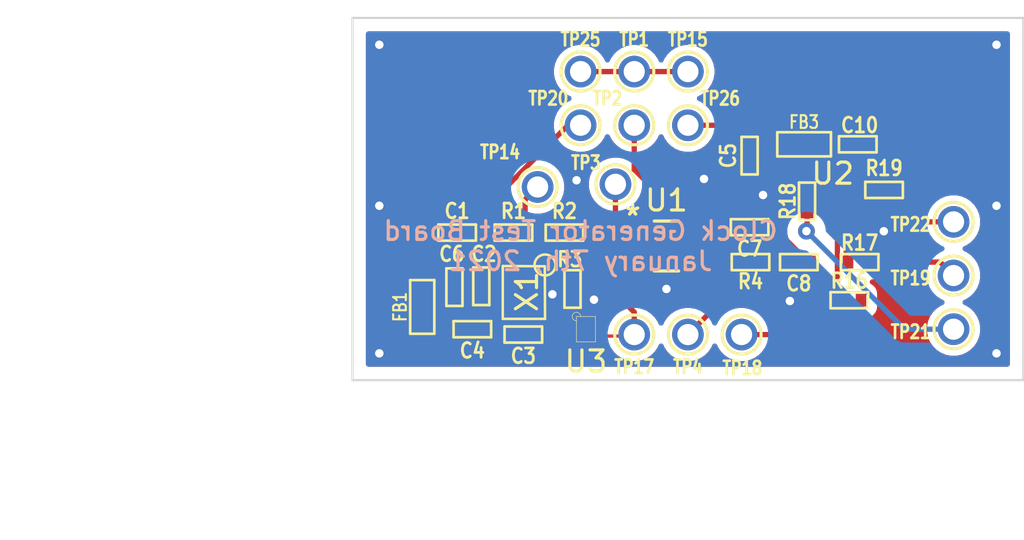
<source format=kicad_pcb>
(kicad_pcb (version 20171130) (host pcbnew "(5.1.7)-1")

  (general
    (thickness 1.6)
    (drawings 5)
    (tracks 125)
    (zones 0)
    (modules 37)
    (nets 26)
  )

  (page A4)
  (layers
    (0 F.Cu signal)
    (31 B.Cu signal)
    (32 B.Adhes user)
    (33 F.Adhes user)
    (34 B.Paste user)
    (35 F.Paste user)
    (36 B.SilkS user)
    (37 F.SilkS user)
    (38 B.Mask user)
    (39 F.Mask user)
    (40 Dwgs.User user hide)
    (41 Cmts.User user)
    (42 Eco1.User user)
    (43 Eco2.User user)
    (44 Edge.Cuts user)
    (45 Margin user)
    (46 B.CrtYd user)
    (47 F.CrtYd user)
    (48 B.Fab user)
    (49 F.Fab user)
  )

  (setup
    (last_trace_width 0.25)
    (user_trace_width 0.127)
    (user_trace_width 0.1524)
    (trace_clearance 0.127)
    (zone_clearance 0.508)
    (zone_45_only no)
    (trace_min 0.127)
    (via_size 0.8)
    (via_drill 0.4)
    (via_min_size 0.635)
    (via_min_drill 0.3048)
    (uvia_size 0.3)
    (uvia_drill 0.1)
    (uvias_allowed no)
    (uvia_min_size 0.2)
    (uvia_min_drill 0.1)
    (edge_width 0.05)
    (segment_width 0.2)
    (pcb_text_width 0.3)
    (pcb_text_size 1.5 1.5)
    (mod_edge_width 0.12)
    (mod_text_size 1 1)
    (mod_text_width 0.15)
    (pad_size 1.5 1.5)
    (pad_drill 1)
    (pad_to_mask_clearance 0)
    (aux_axis_origin 0 0)
    (grid_origin 164.084 105.664)
    (visible_elements 7FFFFFFF)
    (pcbplotparams
      (layerselection 0x010fc_ffffffff)
      (usegerberextensions false)
      (usegerberattributes true)
      (usegerberadvancedattributes true)
      (creategerberjobfile true)
      (excludeedgelayer true)
      (linewidth 0.100000)
      (plotframeref false)
      (viasonmask false)
      (mode 1)
      (useauxorigin false)
      (hpglpennumber 1)
      (hpglpenspeed 20)
      (hpglpendiameter 15.000000)
      (psnegative false)
      (psa4output false)
      (plotreference true)
      (plotvalue true)
      (plotinvisibletext false)
      (padsonsilk false)
      (subtractmaskfromsilk false)
      (outputformat 1)
      (mirror false)
      (drillshape 1)
      (scaleselection 1)
      (outputdirectory ""))
  )

  (net 0 "")
  (net 1 GND)
  (net 2 "Net-(R1-Pad2)")
  (net 3 VCC)
  (net 4 "Net-(C1-Pad1)")
  (net 5 "Net-(C5-Pad1)")
  (net 6 "Net-(C10-Pad1)")
  (net 7 "Net-(R4-Pad1)")
  (net 8 "Net-(R16-Pad1)")
  (net 9 "Net-(R16-Pad2)")
  (net 10 "Net-(R17-Pad1)")
  (net 11 "Net-(R17-Pad2)")
  (net 12 "Net-(R18-Pad1)")
  (net 13 "Net-(R18-Pad2)")
  (net 14 "Net-(R19-Pad1)")
  (net 15 "Net-(R19-Pad2)")
  (net 16 "Net-(TP3-Pad1)")
  (net 17 "Net-(U1-Pad2)")
  (net 18 "Net-(C3-Pad2)")
  (net 19 "Net-(C3-Pad1)")
  (net 20 "Net-(C4-Pad1)")
  (net 21 "Net-(C7-Pad1)")
  (net 22 "Net-(C8-Pad1)")
  (net 23 "Net-(R3-Pad1)")
  (net 24 "Net-(U3-Pad1)")
  (net 25 "Net-(U3-Pad5)")

  (net_class Default "This is the default net class."
    (clearance 0.127)
    (trace_width 0.25)
    (via_dia 0.8)
    (via_drill 0.4)
    (uvia_dia 0.3)
    (uvia_drill 0.1)
    (add_net GND)
    (add_net "Net-(C1-Pad1)")
    (add_net "Net-(C10-Pad1)")
    (add_net "Net-(C3-Pad1)")
    (add_net "Net-(C3-Pad2)")
    (add_net "Net-(C4-Pad1)")
    (add_net "Net-(C5-Pad1)")
    (add_net "Net-(C7-Pad1)")
    (add_net "Net-(C8-Pad1)")
    (add_net "Net-(R1-Pad2)")
    (add_net "Net-(R16-Pad1)")
    (add_net "Net-(R16-Pad2)")
    (add_net "Net-(R17-Pad1)")
    (add_net "Net-(R17-Pad2)")
    (add_net "Net-(R18-Pad1)")
    (add_net "Net-(R18-Pad2)")
    (add_net "Net-(R19-Pad1)")
    (add_net "Net-(R19-Pad2)")
    (add_net "Net-(R3-Pad1)")
    (add_net "Net-(R4-Pad1)")
    (add_net "Net-(TP3-Pad1)")
    (add_net "Net-(U1-Pad2)")
    (add_net "Net-(U3-Pad1)")
    (add_net "Net-(U3-Pad5)")
    (add_net VCC)
  )

  (module t_misc:NC7SZ14L6X (layer F.Cu) (tedit 5FF4966E) (tstamp 5FF4E4A7)
    (at 136.398 98.806)
    (path /5FF5EA95)
    (fp_text reference U3 (at 0 1.524) (layer F.SilkS)
      (effects (font (size 1 1) (thickness 0.15)))
    )
    (fp_text value NC7SZ14L6X (at 2.286 9.144) (layer F.Fab)
      (effects (font (size 1 1) (thickness 0.15)))
    )
    (fp_line (start -0.45 -0.6) (end 0.45 -0.6) (layer F.SilkS) (width 0.0254))
    (fp_line (start -0.45 0.6) (end -0.45 -0.6) (layer F.SilkS) (width 0.0254))
    (fp_line (start 0.45 0.6) (end -0.45 0.6) (layer F.SilkS) (width 0.0254))
    (fp_line (start 0.45 -0.6) (end 0.45 0.6) (layer F.SilkS) (width 0.0254))
    (fp_arc (start -0.45 -0.6) (end -0.25 -0.6) (angle -270) (layer F.SilkS) (width 0.0254))
    (pad 1 smd rect (at -0.35 -0.325) (size 0.2 0.52) (layers F.Cu F.Paste F.Mask)
      (net 24 "Net-(U3-Pad1)"))
    (pad 6 smd rect (at -0.35 0.325) (size 0.2 0.52) (layers F.Cu F.Paste F.Mask)
      (net 20 "Net-(C4-Pad1)"))
    (pad 5 smd rect (at 0 0.325) (size 0.2 0.52) (layers F.Cu F.Paste F.Mask)
      (net 25 "Net-(U3-Pad5)"))
    (pad 4 smd rect (at 0.35 0.325) (size 0.2 0.52) (layers F.Cu F.Paste F.Mask)
      (net 23 "Net-(R3-Pad1)"))
    (pad 3 smd rect (at 0.35 -0.325) (size 0.2 0.52) (layers F.Cu F.Paste F.Mask)
      (net 1 GND))
    (pad 2 smd rect (at 0 -0.325) (size 0.2 0.52) (layers F.Cu F.Paste F.Mask)
      (net 18 "Net-(C3-Pad2)"))
  )

  (module t_misc:4_Pad_OSC (layer F.Cu) (tedit 5FDA88B3) (tstamp 5FF4E4B4)
    (at 134.462 98.317 90)
    (path /5FD2A1AA)
    (fp_text reference X1 (at 1.289 -0.858 270) (layer F.SilkS)
      (effects (font (size 1 1) (thickness 0.15)))
    )
    (fp_text value ABLNO (at 6.623 -21.94 270) (layer F.Fab)
      (effects (font (size 1 1) (thickness 0.15)))
    )
    (fp_line (start 0 0) (end 0 -1.99) (layer F.SilkS) (width 0.12))
    (fp_line (start 2.49 -0.01) (end 0 0) (layer F.SilkS) (width 0.12))
    (fp_line (start 2.5 -2) (end 2.49 -0.01) (layer F.SilkS) (width 0.12))
    (fp_line (start 0 -2) (end 2.5 -2) (layer F.SilkS) (width 0.12))
    (fp_circle (center 2.55 0) (end 2.2 -0.35) (layer F.SilkS) (width 0.12))
    (pad 4 smd trapezoid (at 2.1 -1.65 90) (size 0.8 0.7) (layers F.Cu F.Paste F.Mask)
      (net 4 "Net-(C1-Pad1)"))
    (pad 3 smd trapezoid (at 0.4 -1.65 90) (size 0.8 0.7) (layers F.Cu F.Paste F.Mask)
      (net 19 "Net-(C3-Pad1)"))
    (pad 2 smd trapezoid (at 0.4 -0.35 90) (size 0.8 0.7) (layers F.Cu F.Paste F.Mask)
      (net 1 GND))
    (pad 1 smd custom (at 2.1 -0.35 90) (size 0.8 0.7) (layers F.Cu F.Paste F.Mask)
      (net 2 "Net-(R1-Pad2)") (zone_connect 0)
      (options (clearance outline) (anchor rect))
      (primitives
      ))
  )

  (module t_misc:TDFN_2x1.3 (layer F.Cu) (tedit 5FD2A643) (tstamp 5FF4E498)
    (at 148.717 93.091)
    (path /5FD2A1C1)
    (fp_text reference U2 (at -0.635 -1.651) (layer F.SilkS)
      (effects (font (size 1 1) (thickness 0.15)))
    )
    (fp_text value PL611s-02DFN (at -34.163 -9.017) (layer F.Fab)
      (effects (font (size 1 1) (thickness 0.15)))
    )
    (fp_poly (pts (xy 0.65 1) (xy -0.65 1) (xy -0.65 -1) (xy 0.65 -1)) (layer Dwgs.User) (width 0.01))
    (pad 6 smd custom (at -0.4 -0.88) (size 0.2 0.25) (layers F.Cu F.Paste F.Mask)
      (net 12 "Net-(R18-Pad1)") (zone_connect 0)
      (options (clearance outline) (anchor rect))
      (primitives
      ))
    (pad 5 smd custom (at 0 -0.88) (size 0.2 0.25) (layers F.Cu F.Paste F.Mask)
      (net 6 "Net-(C10-Pad1)") (zone_connect 0)
      (options (clearance outline) (anchor rect))
      (primitives
      ))
    (pad 4 smd custom (at 0.4 -0.88) (size 0.2 0.25) (layers F.Cu F.Paste F.Mask)
      (net 14 "Net-(R19-Pad1)") (zone_connect 0)
      (options (clearance outline) (anchor rect))
      (primitives
      ))
    (pad 3 smd custom (at 0.4 0.88) (size 0.2 0.25) (layers F.Cu F.Paste F.Mask)
      (net 1 GND) (zone_connect 0)
      (options (clearance outline) (anchor rect))
      (primitives
      ))
    (pad 2 smd custom (at 0 0.88) (size 0.2 0.25) (layers F.Cu F.Paste F.Mask)
      (net 11 "Net-(R17-Pad2)") (zone_connect 0)
      (options (clearance outline) (anchor rect))
      (primitives
      ))
    (pad 1 smd custom (at -0.4 0.88) (size 0.2 0.25) (layers F.Cu F.Paste F.Mask)
      (net 9 "Net-(R16-Pad2)") (zone_connect 0)
      (options (clearance outline) (anchor rect))
      (primitives
      ))
    (pad 7 smd rect (at 0 0) (size 0.8 1) (layers F.Cu F.Paste F.Mask)
      (net 1 GND))
  )

  (module ul_74LVC1G74DC:74LVC1G74DC (layer F.Cu) (tedit 0) (tstamp 5FF4E48C)
    (at 140.208 94.869)
    (path /5FF6175C)
    (fp_text reference U1 (at 0 -2.159) (layer F.SilkS)
      (effects (font (size 1 1) (thickness 0.15)))
    )
    (fp_text value 74LVC1G74DC (at 2.032 11.557) (layer F.SilkS) hide
      (effects (font (size 1 1) (thickness 0.15)))
    )
    (fp_line (start -1.4478 1.1437) (end -2.2098 1.1437) (layer F.CrtYd) (width 0.1524))
    (fp_line (start -1.4478 1.3081) (end -1.4478 1.1437) (layer F.CrtYd) (width 0.1524))
    (fp_line (start 1.4478 1.3081) (end -1.4478 1.3081) (layer F.CrtYd) (width 0.1524))
    (fp_line (start 1.4478 1.1437) (end 1.4478 1.3081) (layer F.CrtYd) (width 0.1524))
    (fp_line (start 2.2098 1.1437) (end 1.4478 1.1437) (layer F.CrtYd) (width 0.1524))
    (fp_line (start 2.2098 -1.1437) (end 2.2098 1.1437) (layer F.CrtYd) (width 0.1524))
    (fp_line (start 1.4478 -1.1437) (end 2.2098 -1.1437) (layer F.CrtYd) (width 0.1524))
    (fp_line (start 1.4478 -1.3081) (end 1.4478 -1.1437) (layer F.CrtYd) (width 0.1524))
    (fp_line (start -1.4478 -1.3081) (end 1.4478 -1.3081) (layer F.CrtYd) (width 0.1524))
    (fp_line (start -1.4478 -1.1437) (end -1.4478 -1.3081) (layer F.CrtYd) (width 0.1524))
    (fp_line (start -2.2098 -1.1437) (end -1.4478 -1.1437) (layer F.CrtYd) (width 0.1524))
    (fp_line (start -2.2098 1.1437) (end -2.2098 -1.1437) (layer F.CrtYd) (width 0.1524))
    (fp_line (start -1.1938 -1.0541) (end -1.1938 1.0541) (layer F.Fab) (width 0.1524))
    (fp_line (start 1.1938 -1.0541) (end -1.1938 -1.0541) (layer F.Fab) (width 0.1524))
    (fp_line (start 1.1938 1.0541) (end 1.1938 -1.0541) (layer F.Fab) (width 0.1524))
    (fp_line (start -1.1938 1.0541) (end 1.1938 1.0541) (layer F.Fab) (width 0.1524))
    (fp_line (start 0.575968 -1.1811) (end -0.575968 -1.1811) (layer F.SilkS) (width 0.1524))
    (fp_line (start -0.575968 1.1811) (end 0.575968 1.1811) (layer F.SilkS) (width 0.1524))
    (fp_line (start 1.6002 -0.8897) (end 1.1938 -0.8897) (layer F.Fab) (width 0.1524))
    (fp_line (start 1.6002 -0.6103) (end 1.6002 -0.8897) (layer F.Fab) (width 0.1524))
    (fp_line (start 1.1938 -0.6103) (end 1.6002 -0.6103) (layer F.Fab) (width 0.1524))
    (fp_line (start 1.1938 -0.8897) (end 1.1938 -0.6103) (layer F.Fab) (width 0.1524))
    (fp_line (start 1.6002 -0.3897) (end 1.1938 -0.3897) (layer F.Fab) (width 0.1524))
    (fp_line (start 1.6002 -0.1103) (end 1.6002 -0.3897) (layer F.Fab) (width 0.1524))
    (fp_line (start 1.1938 -0.1103) (end 1.6002 -0.1103) (layer F.Fab) (width 0.1524))
    (fp_line (start 1.1938 -0.3897) (end 1.1938 -0.1103) (layer F.Fab) (width 0.1524))
    (fp_line (start 1.6002 0.1103) (end 1.1938 0.1103) (layer F.Fab) (width 0.1524))
    (fp_line (start 1.6002 0.3897) (end 1.6002 0.1103) (layer F.Fab) (width 0.1524))
    (fp_line (start 1.1938 0.3897) (end 1.6002 0.3897) (layer F.Fab) (width 0.1524))
    (fp_line (start 1.1938 0.1103) (end 1.1938 0.3897) (layer F.Fab) (width 0.1524))
    (fp_line (start 1.6002 0.6103) (end 1.1938 0.6103) (layer F.Fab) (width 0.1524))
    (fp_line (start 1.6002 0.8897) (end 1.6002 0.6103) (layer F.Fab) (width 0.1524))
    (fp_line (start 1.1938 0.8897) (end 1.6002 0.8897) (layer F.Fab) (width 0.1524))
    (fp_line (start 1.1938 0.6103) (end 1.1938 0.8897) (layer F.Fab) (width 0.1524))
    (fp_line (start -1.6002 0.8897) (end -1.1938 0.8897) (layer F.Fab) (width 0.1524))
    (fp_line (start -1.6002 0.6103) (end -1.6002 0.8897) (layer F.Fab) (width 0.1524))
    (fp_line (start -1.1938 0.6103) (end -1.6002 0.6103) (layer F.Fab) (width 0.1524))
    (fp_line (start -1.1938 0.8897) (end -1.1938 0.6103) (layer F.Fab) (width 0.1524))
    (fp_line (start -1.6002 0.3897) (end -1.1938 0.3897) (layer F.Fab) (width 0.1524))
    (fp_line (start -1.6002 0.1103) (end -1.6002 0.3897) (layer F.Fab) (width 0.1524))
    (fp_line (start -1.1938 0.1103) (end -1.6002 0.1103) (layer F.Fab) (width 0.1524))
    (fp_line (start -1.1938 0.3897) (end -1.1938 0.1103) (layer F.Fab) (width 0.1524))
    (fp_line (start -1.6002 -0.1103) (end -1.1938 -0.1103) (layer F.Fab) (width 0.1524))
    (fp_line (start -1.6002 -0.3897) (end -1.6002 -0.1103) (layer F.Fab) (width 0.1524))
    (fp_line (start -1.1938 -0.3897) (end -1.6002 -0.3897) (layer F.Fab) (width 0.1524))
    (fp_line (start -1.1938 -0.1103) (end -1.1938 -0.3897) (layer F.Fab) (width 0.1524))
    (fp_line (start -1.6002 -0.6103) (end -1.1938 -0.6103) (layer F.Fab) (width 0.1524))
    (fp_line (start -1.6002 -0.8897) (end -1.6002 -0.6103) (layer F.Fab) (width 0.1524))
    (fp_line (start -1.1938 -0.8897) (end -1.6002 -0.8897) (layer F.Fab) (width 0.1524))
    (fp_line (start -1.1938 -0.6103) (end -1.1938 -0.8897) (layer F.Fab) (width 0.1524))
    (fp_arc (start 0 -1.0541) (end 0.3048 -1.0541) (angle 180) (layer F.Fab) (width 0.1524))
    (fp_text user * (at -0.8128 -0.9779) (layer F.Fab)
      (effects (font (size 1 1) (thickness 0.15)))
    )
    (fp_text user * (at -1.6002 -1.397) (layer F.SilkS)
      (effects (font (size 1 1) (thickness 0.15)))
    )
    (fp_text user 0.048in/1.219mm (at -1.3462 3.4671) (layer Dwgs.User)
      (effects (font (size 1 1) (thickness 0.15)))
    )
    (fp_text user 0.106in/2.692mm (at 0 -3.4671) (layer Dwgs.User)
      (effects (font (size 1 1) (thickness 0.15)))
    )
    (fp_text user 0.011in/0.279mm (at 4.3942 -0.75) (layer Dwgs.User)
      (effects (font (size 1 1) (thickness 0.15)))
    )
    (fp_text user 0.02in/0.5mm (at -4.3942 -0.5) (layer Dwgs.User)
      (effects (font (size 1 1) (thickness 0.15)))
    )
    (fp_text user * (at -0.8128 -0.9779) (layer F.Fab)
      (effects (font (size 1 1) (thickness 0.15)))
    )
    (fp_text user * (at -1.6002 -1.397) (layer F.SilkS)
      (effects (font (size 1 1) (thickness 0.15)))
    )
    (fp_text user "Copyright 2016 Accelerated Designs. All rights reserved." (at 0 0) (layer Cmts.User)
      (effects (font (size 0.127 0.127) (thickness 0.002)))
    )
    (pad 8 smd rect (at 1.3462 -0.750001) (size 1.2192 0.2794) (layers F.Cu F.Paste F.Mask)
      (net 21 "Net-(C7-Pad1)"))
    (pad 7 smd rect (at 1.3462 -0.25) (size 1.2192 0.2794) (layers F.Cu F.Paste F.Mask)
      (net 21 "Net-(C7-Pad1)"))
    (pad 6 smd rect (at 1.3462 0.25) (size 1.2192 0.2794) (layers F.Cu F.Paste F.Mask)
      (net 21 "Net-(C7-Pad1)"))
    (pad 5 smd rect (at 1.3462 0.750001) (size 1.2192 0.2794) (layers F.Cu F.Paste F.Mask)
      (net 7 "Net-(R4-Pad1)"))
    (pad 4 smd rect (at -1.3462 0.750001) (size 1.2192 0.2794) (layers F.Cu F.Paste F.Mask)
      (net 1 GND))
    (pad 3 smd rect (at -1.3462 0.25) (size 1.2192 0.2794) (layers F.Cu F.Paste F.Mask)
      (net 17 "Net-(U1-Pad2)"))
    (pad 2 smd rect (at -1.3462 -0.25) (size 1.2192 0.2794) (layers F.Cu F.Paste F.Mask)
      (net 17 "Net-(U1-Pad2)"))
    (pad 1 smd rect (at -1.3462 -0.750001) (size 1.2192 0.2794) (layers F.Cu F.Paste F.Mask)
      (net 16 "Net-(TP3-Pad1)"))
  )

  (module t_misc:TP60 (layer F.Cu) (tedit 5BAD3C2A) (tstamp 5FF4E444)
    (at 141.224 89.154)
    (path /5FDD2BA4)
    (fp_text reference TP26 (at 1.524 -1.27) (layer F.SilkS)
      (effects (font (size 0.635 0.508) (thickness 0.127)))
    )
    (fp_text value TestPoint (at -1.905 -9.525) (layer F.SilkS) hide
      (effects (font (size 1 1) (thickness 0.15)))
    )
    (fp_circle (center 0 0) (end -0.025 -0.925) (layer F.SilkS) (width 0.15))
    (pad 1 thru_hole circle (at 0 0) (size 1.5 1.5) (drill 1) (layers *.Cu *.Mask)
      (net 5 "Net-(C5-Pad1)"))
  )

  (module t_misc:TP60 (layer F.Cu) (tedit 5BAD3C2A) (tstamp 5FF4E43E)
    (at 136.144 86.614)
    (path /5FDD776C)
    (fp_text reference TP25 (at 0 -1.524) (layer F.SilkS)
      (effects (font (size 0.635 0.508) (thickness 0.127)))
    )
    (fp_text value TestPoint (at -5.08 -8.89) (layer F.SilkS) hide
      (effects (font (size 1 1) (thickness 0.15)))
    )
    (fp_circle (center 0 0) (end -0.025 -0.925) (layer F.SilkS) (width 0.15))
    (pad 1 thru_hole circle (at 0 0) (size 1.5 1.5) (drill 1) (layers *.Cu *.Mask)
      (net 3 VCC))
  )

  (module t_misc:TP60 (layer F.Cu) (tedit 5BAD3C2A) (tstamp 5FF4E438)
    (at 153.797 93.726)
    (path /5FD47F2B)
    (fp_text reference TP22 (at -2.032 0.127) (layer F.SilkS)
      (effects (font (size 0.635 0.508) (thickness 0.127)))
    )
    (fp_text value TestPoint (at 14.732 -4.572) (layer F.SilkS) hide
      (effects (font (size 1 1) (thickness 0.15)))
    )
    (fp_circle (center 0 0) (end -0.025 -0.925) (layer F.SilkS) (width 0.15))
    (pad 1 thru_hole circle (at 0 0) (size 1.5 1.5) (drill 1) (layers *.Cu *.Mask)
      (net 15 "Net-(R19-Pad2)"))
  )

  (module t_misc:TP60 (layer F.Cu) (tedit 5FF48C47) (tstamp 5FF4E432)
    (at 153.797 98.806)
    (path /5FD471DA)
    (fp_text reference TP21 (at -2.032 0.127) (layer F.SilkS)
      (effects (font (size 0.635 0.508) (thickness 0.127)))
    )
    (fp_text value TestPoint (at 14.732 -5.842) (layer F.SilkS) hide
      (effects (font (size 1 1) (thickness 0.15)))
    )
    (fp_circle (center 0 0) (end -0.025 -0.925) (layer F.SilkS) (width 0.15))
    (pad 1 thru_hole circle (at 0 0) (size 1.5 1.5) (drill 1) (layers *.Cu *.Mask)
      (net 13 "Net-(R18-Pad2)"))
  )

  (module t_misc:TP60 (layer F.Cu) (tedit 5BAD3C2A) (tstamp 5FF4E42C)
    (at 136.144 89.154)
    (path /5FDD1EC3)
    (fp_text reference TP20 (at -1.524 -1.27) (layer F.SilkS)
      (effects (font (size 0.635 0.508) (thickness 0.127)))
    )
    (fp_text value TestPoint (at -13.97 -9.525) (layer F.SilkS) hide
      (effects (font (size 1 1) (thickness 0.15)))
    )
    (fp_circle (center 0 0) (end -0.025 -0.925) (layer F.SilkS) (width 0.15))
    (pad 1 thru_hole circle (at 0 0) (size 1.5 1.5) (drill 1) (layers *.Cu *.Mask)
      (net 4 "Net-(C1-Pad1)"))
  )

  (module t_misc:TP60 (layer F.Cu) (tedit 5BAD3C2A) (tstamp 5FF4E426)
    (at 153.797 96.266)
    (path /5FD499ED)
    (fp_text reference TP19 (at -2.032 0.127) (layer F.SilkS)
      (effects (font (size 0.635 0.508) (thickness 0.127)))
    )
    (fp_text value TestPoint (at 14.732 -5.207) (layer F.SilkS) hide
      (effects (font (size 1 1) (thickness 0.15)))
    )
    (fp_circle (center 0 0) (end -0.025 -0.925) (layer F.SilkS) (width 0.15))
    (pad 1 thru_hole circle (at 0 0) (size 1.5 1.5) (drill 1) (layers *.Cu *.Mask)
      (net 10 "Net-(R17-Pad1)"))
  )

  (module t_misc:TP60 (layer F.Cu) (tedit 5BAD3C2A) (tstamp 5FF4E420)
    (at 143.764 99.06)
    (path /5FD49169)
    (fp_text reference TP18 (at 0.0381 1.5875) (layer F.SilkS)
      (effects (font (size 0.635 0.508) (thickness 0.127)))
    )
    (fp_text value TestPoint (at 2.032 9.906) (layer F.SilkS) hide
      (effects (font (size 1 1) (thickness 0.15)))
    )
    (fp_circle (center 0 0) (end -0.025 -0.925) (layer F.SilkS) (width 0.15))
    (pad 1 thru_hole circle (at 0 0) (size 1.5 1.5) (drill 1) (layers *.Cu *.Mask)
      (net 8 "Net-(R16-Pad1)"))
  )

  (module t_misc:TP60 (layer F.Cu) (tedit 5FF4973A) (tstamp 5FF4E41A)
    (at 138.684 99.06 180)
    (path /5FEADEA5)
    (fp_text reference TP17 (at 0 -1.524) (layer F.SilkS)
      (effects (font (size 0.635 0.508) (thickness 0.127)))
    )
    (fp_text value TestPoint (at -0.254 -9.906) (layer F.SilkS) hide
      (effects (font (size 1 1) (thickness 0.15)))
    )
    (fp_circle (center 0 0) (end -0.025 -0.925) (layer F.SilkS) (width 0.15))
    (pad 1 thru_hole circle (at 0 0 180) (size 1.5 1.5) (drill 1) (layers *.Cu *.Mask)
      (net 23 "Net-(R3-Pad1)"))
  )

  (module t_misc:TP60 (layer F.Cu) (tedit 5BAD3C2A) (tstamp 5FF4E414)
    (at 141.224 86.614)
    (path /5FDD7766)
    (fp_text reference TP15 (at 0 -1.524) (layer F.SilkS)
      (effects (font (size 0.635 0.508) (thickness 0.127)))
    )
    (fp_text value TestPoint (at -1.905 -8.89) (layer F.SilkS) hide
      (effects (font (size 1 1) (thickness 0.15)))
    )
    (fp_circle (center 0 0) (end -0.025 -0.925) (layer F.SilkS) (width 0.15))
    (pad 1 thru_hole circle (at 0 0) (size 1.5 1.5) (drill 1) (layers *.Cu *.Mask)
      (net 3 VCC))
  )

  (module t_misc:TP60 (layer F.Cu) (tedit 5FF48F94) (tstamp 5FF4E40E)
    (at 134.112 92.075 270)
    (path /5FD26FBB)
    (fp_text reference TP14 (at -1.651 1.778 180) (layer F.SilkS)
      (effects (font (size 0.635 0.508) (thickness 0.127)))
    )
    (fp_text value TestPoint (at -0.381 17.78 90) (layer F.SilkS) hide
      (effects (font (size 1 1) (thickness 0.15)))
    )
    (fp_circle (center 0 0) (end -0.025 -0.925) (layer F.SilkS) (width 0.15))
    (pad 1 thru_hole circle (at 0 0 270) (size 1.5 1.5) (drill 1) (layers *.Cu *.Mask)
      (net 2 "Net-(R1-Pad2)"))
  )

  (module t_misc:TP60 (layer F.Cu) (tedit 5BAD3C2A) (tstamp 5FF4E408)
    (at 141.224 99.06)
    (path /5FFD42B9)
    (fp_text reference TP4 (at 0 1.524) (layer F.SilkS)
      (effects (font (size 0.635 0.508) (thickness 0.127)))
    )
    (fp_text value TestPoint (at -9.144 9.906) (layer F.SilkS) hide
      (effects (font (size 1 1) (thickness 0.15)))
    )
    (fp_circle (center 0 0) (end -0.025 -0.925) (layer F.SilkS) (width 0.15))
    (pad 1 thru_hole circle (at 0 0) (size 1.5 1.5) (drill 1) (layers *.Cu *.Mask)
      (net 22 "Net-(C8-Pad1)"))
  )

  (module t_misc:TP60 (layer F.Cu) (tedit 5BAD3C2A) (tstamp 5FF4E402)
    (at 137.795 91.948 180)
    (path /5FFC45B0)
    (fp_text reference TP3 (at 1.397 1.016) (layer F.SilkS)
      (effects (font (size 0.635 0.508) (thickness 0.127)))
    )
    (fp_text value TestPoint (at 15.875 10.16) (layer F.SilkS) hide
      (effects (font (size 1 1) (thickness 0.15)))
    )
    (fp_circle (center 0 0) (end -0.025 -0.925) (layer F.SilkS) (width 0.15))
    (pad 1 thru_hole circle (at 0 0 180) (size 1.5 1.5) (drill 1) (layers *.Cu *.Mask)
      (net 16 "Net-(TP3-Pad1)"))
  )

  (module t_misc:TP60 (layer F.Cu) (tedit 5BAD3C2A) (tstamp 5FF4E3FC)
    (at 138.684 89.154)
    (path /5FF080F8)
    (fp_text reference TP2 (at -1.27 -1.27) (layer F.SilkS)
      (effects (font (size 0.635 0.508) (thickness 0.127)))
    )
    (fp_text value TestPoint (at -7.62 -9.525) (layer F.SilkS) hide
      (effects (font (size 1 1) (thickness 0.15)))
    )
    (fp_circle (center 0 0) (end -0.025 -0.925) (layer F.SilkS) (width 0.15))
    (pad 1 thru_hole circle (at 0 0) (size 1.5 1.5) (drill 1) (layers *.Cu *.Mask)
      (net 21 "Net-(C7-Pad1)"))
  )

  (module t_misc:TP60 (layer F.Cu) (tedit 5FF4836F) (tstamp 5FF4E3F6)
    (at 138.684 86.614)
    (path /5FEFCB18)
    (fp_text reference TP1 (at 0 -1.524) (layer F.SilkS)
      (effects (font (size 0.635 0.508) (thickness 0.127)))
    )
    (fp_text value TestPoint (at -16.51 -8.89) (layer F.SilkS) hide
      (effects (font (size 1 1) (thickness 0.15)))
    )
    (fp_circle (center 0 0) (end -0.025 -0.925) (layer F.SilkS) (width 0.15))
    (pad 1 thru_hole circle (at 0 0) (size 1.5 1.5) (drill 1) (layers *.Cu *.Mask)
      (net 3 VCC))
  )

  (module t_passive_smd:res_0402 (layer F.Cu) (tedit 5BB76B2F) (tstamp 5FF4E3F0)
    (at 150.5077 92.2147 180)
    (descr "SMT capacitor, 0402")
    (path /5FEC0A3E)
    (fp_text reference R19 (at 0 1.0287) (layer F.SilkS)
      (effects (font (size 0.6985 0.59944) (thickness 0.130048)))
    )
    (fp_text value R_Small (at -11.0363 6.2357) (layer F.SilkS) hide
      (effects (font (size 0.50038 0.50038) (thickness 0.11938)))
    )
    (fp_line (start -0.762 0.381) (end -0.762 -0.381) (layer F.Fab) (width 0.1))
    (fp_line (start 0.762 0.381) (end -0.762 0.381) (layer F.Fab) (width 0.1))
    (fp_line (start 0.762 -0.381) (end 0.762 0.381) (layer F.Fab) (width 0.1))
    (fp_line (start -0.762 -0.381) (end 0.762 -0.381) (layer F.Fab) (width 0.1))
    (fp_line (start -0.889 -0.381) (end 0.889 -0.381) (layer F.CrtYd) (width 0.05))
    (fp_line (start -0.889 0.381) (end -0.889 -0.381) (layer F.CrtYd) (width 0.05))
    (fp_line (start 0.889 0.381) (end -0.889 0.381) (layer F.CrtYd) (width 0.05))
    (fp_line (start 0.889 -0.381) (end 0.889 0.381) (layer F.CrtYd) (width 0.05))
    (fp_line (start -0.889 -0.381) (end -0.889 0.381) (layer F.SilkS) (width 0.127))
    (fp_line (start -0.889 0.381) (end 0.889 0.381) (layer F.SilkS) (width 0.127))
    (fp_line (start 0.889 0.381) (end 0.889 -0.381) (layer F.SilkS) (width 0.127))
    (fp_line (start 0.889 -0.381) (end -0.889 -0.381) (layer F.SilkS) (width 0.127))
    (fp_text user %R (at 0.1905 0) (layer F.Fab)
      (effects (font (size 0.4 0.4) (thickness 0.05)))
    )
    (pad 1 smd rect (at 0.55 0 180) (size 0.5 0.6) (layers F.Cu F.Paste F.Mask)
      (net 14 "Net-(R19-Pad1)"))
    (pad 2 smd rect (at -0.55 0 180) (size 0.5 0.6) (layers F.Cu F.Paste F.Mask)
      (net 15 "Net-(R19-Pad2)"))
    (model ${T_LIBS}/3d/t_passive_smd/res_0402.stp
      (offset (xyz 0 0 0.02999999954944519))
      (scale (xyz 1 1 1))
      (rotate (xyz 0 0 0))
    )
  )

  (module t_passive_smd:res_0402 (layer F.Cu) (tedit 5FF48B6A) (tstamp 5FF4E3DD)
    (at 146.8628 92.7569 90)
    (descr "SMT capacitor, 0402")
    (path /5FEB815E)
    (fp_text reference R18 (at 0 -0.9144 90) (layer F.SilkS)
      (effects (font (size 0.6985 0.59944) (thickness 0.130048)))
    )
    (fp_text value R_Small (at 13.1279 8.3312 90) (layer F.SilkS) hide
      (effects (font (size 0.50038 0.50038) (thickness 0.11938)))
    )
    (fp_line (start -0.762 0.381) (end -0.762 -0.381) (layer F.Fab) (width 0.1))
    (fp_line (start 0.762 0.381) (end -0.762 0.381) (layer F.Fab) (width 0.1))
    (fp_line (start 0.762 -0.381) (end 0.762 0.381) (layer F.Fab) (width 0.1))
    (fp_line (start -0.762 -0.381) (end 0.762 -0.381) (layer F.Fab) (width 0.1))
    (fp_line (start -0.889 -0.381) (end 0.889 -0.381) (layer F.CrtYd) (width 0.05))
    (fp_line (start -0.889 0.381) (end -0.889 -0.381) (layer F.CrtYd) (width 0.05))
    (fp_line (start 0.889 0.381) (end -0.889 0.381) (layer F.CrtYd) (width 0.05))
    (fp_line (start 0.889 -0.381) (end 0.889 0.381) (layer F.CrtYd) (width 0.05))
    (fp_line (start -0.889 -0.381) (end -0.889 0.381) (layer F.SilkS) (width 0.127))
    (fp_line (start -0.889 0.381) (end 0.889 0.381) (layer F.SilkS) (width 0.127))
    (fp_line (start 0.889 0.381) (end 0.889 -0.381) (layer F.SilkS) (width 0.127))
    (fp_line (start 0.889 -0.381) (end -0.889 -0.381) (layer F.SilkS) (width 0.127))
    (fp_text user %R (at 0.1905 0 90) (layer F.Fab)
      (effects (font (size 0.4 0.4) (thickness 0.05)))
    )
    (pad 1 smd rect (at 0.55 0 90) (size 0.5 0.6) (layers F.Cu F.Paste F.Mask)
      (net 12 "Net-(R18-Pad1)"))
    (pad 2 smd rect (at -0.55 0 90) (size 0.5 0.6) (layers F.Cu F.Paste F.Mask)
      (net 13 "Net-(R18-Pad2)"))
    (model ${T_LIBS}/3d/t_passive_smd/res_0402.stp
      (offset (xyz 0 0 0.02999999954944519))
      (scale (xyz 1 1 1))
      (rotate (xyz 0 0 0))
    )
  )

  (module t_passive_smd:res_0402 (layer F.Cu) (tedit 5BB76B2F) (tstamp 5FF4E3CA)
    (at 149.352 95.631)
    (descr "SMT capacitor, 0402")
    (path /5FEE67D1)
    (fp_text reference R17 (at 0 -0.9144) (layer F.SilkS)
      (effects (font (size 0.6985 0.59944) (thickness 0.130048)))
    )
    (fp_text value R_Small (at 4.572 8.128) (layer F.SilkS) hide
      (effects (font (size 0.50038 0.50038) (thickness 0.11938)))
    )
    (fp_line (start -0.762 0.381) (end -0.762 -0.381) (layer F.Fab) (width 0.1))
    (fp_line (start 0.762 0.381) (end -0.762 0.381) (layer F.Fab) (width 0.1))
    (fp_line (start 0.762 -0.381) (end 0.762 0.381) (layer F.Fab) (width 0.1))
    (fp_line (start -0.762 -0.381) (end 0.762 -0.381) (layer F.Fab) (width 0.1))
    (fp_line (start -0.889 -0.381) (end 0.889 -0.381) (layer F.CrtYd) (width 0.05))
    (fp_line (start -0.889 0.381) (end -0.889 -0.381) (layer F.CrtYd) (width 0.05))
    (fp_line (start 0.889 0.381) (end -0.889 0.381) (layer F.CrtYd) (width 0.05))
    (fp_line (start 0.889 -0.381) (end 0.889 0.381) (layer F.CrtYd) (width 0.05))
    (fp_line (start -0.889 -0.381) (end -0.889 0.381) (layer F.SilkS) (width 0.127))
    (fp_line (start -0.889 0.381) (end 0.889 0.381) (layer F.SilkS) (width 0.127))
    (fp_line (start 0.889 0.381) (end 0.889 -0.381) (layer F.SilkS) (width 0.127))
    (fp_line (start 0.889 -0.381) (end -0.889 -0.381) (layer F.SilkS) (width 0.127))
    (fp_text user %R (at 0.1905 0) (layer F.Fab)
      (effects (font (size 0.4 0.4) (thickness 0.05)))
    )
    (pad 1 smd rect (at 0.55 0) (size 0.5 0.6) (layers F.Cu F.Paste F.Mask)
      (net 10 "Net-(R17-Pad1)"))
    (pad 2 smd rect (at -0.55 0) (size 0.5 0.6) (layers F.Cu F.Paste F.Mask)
      (net 11 "Net-(R17-Pad2)"))
    (model ${T_LIBS}/3d/t_passive_smd/res_0402.stp
      (offset (xyz 0 0 0.02999999954944519))
      (scale (xyz 1 1 1))
      (rotate (xyz 0 0 0))
    )
  )

  (module t_passive_smd:res_0402 (layer F.Cu) (tedit 5BB76B2F) (tstamp 5FF4E3B7)
    (at 148.8655 97.4344)
    (descr "SMT capacitor, 0402")
    (path /5FEC9536)
    (fp_text reference R16 (at 0 -0.9144) (layer F.SilkS)
      (effects (font (size 0.6985 0.59944) (thickness 0.130048)))
    )
    (fp_text value R_Small (at 4.4235 5.0546) (layer F.SilkS) hide
      (effects (font (size 0.50038 0.50038) (thickness 0.11938)))
    )
    (fp_line (start -0.762 0.381) (end -0.762 -0.381) (layer F.Fab) (width 0.1))
    (fp_line (start 0.762 0.381) (end -0.762 0.381) (layer F.Fab) (width 0.1))
    (fp_line (start 0.762 -0.381) (end 0.762 0.381) (layer F.Fab) (width 0.1))
    (fp_line (start -0.762 -0.381) (end 0.762 -0.381) (layer F.Fab) (width 0.1))
    (fp_line (start -0.889 -0.381) (end 0.889 -0.381) (layer F.CrtYd) (width 0.05))
    (fp_line (start -0.889 0.381) (end -0.889 -0.381) (layer F.CrtYd) (width 0.05))
    (fp_line (start 0.889 0.381) (end -0.889 0.381) (layer F.CrtYd) (width 0.05))
    (fp_line (start 0.889 -0.381) (end 0.889 0.381) (layer F.CrtYd) (width 0.05))
    (fp_line (start -0.889 -0.381) (end -0.889 0.381) (layer F.SilkS) (width 0.127))
    (fp_line (start -0.889 0.381) (end 0.889 0.381) (layer F.SilkS) (width 0.127))
    (fp_line (start 0.889 0.381) (end 0.889 -0.381) (layer F.SilkS) (width 0.127))
    (fp_line (start 0.889 -0.381) (end -0.889 -0.381) (layer F.SilkS) (width 0.127))
    (fp_text user %R (at 0.1905 0) (layer F.Fab)
      (effects (font (size 0.4 0.4) (thickness 0.05)))
    )
    (pad 1 smd rect (at 0.55 0) (size 0.5 0.6) (layers F.Cu F.Paste F.Mask)
      (net 8 "Net-(R16-Pad1)"))
    (pad 2 smd rect (at -0.55 0) (size 0.5 0.6) (layers F.Cu F.Paste F.Mask)
      (net 9 "Net-(R16-Pad2)"))
    (model ${T_LIBS}/3d/t_passive_smd/res_0402.stp
      (offset (xyz 0 0 0.02999999954944519))
      (scale (xyz 1 1 1))
      (rotate (xyz 0 0 0))
    )
  )

  (module t_passive_smd:res_0402 (layer F.Cu) (tedit 5FF48D6C) (tstamp 5FF4E3A4)
    (at 144.187 95.631 180)
    (descr "SMT capacitor, 0402")
    (path /5FFD42BF)
    (fp_text reference R4 (at 0 -0.9144) (layer F.SilkS)
      (effects (font (size 0.6985 0.59944) (thickness 0.130048)))
    )
    (fp_text value R_Small (at -7.451 17.399) (layer F.SilkS) hide
      (effects (font (size 0.50038 0.50038) (thickness 0.11938)))
    )
    (fp_line (start -0.762 0.381) (end -0.762 -0.381) (layer F.Fab) (width 0.1))
    (fp_line (start 0.762 0.381) (end -0.762 0.381) (layer F.Fab) (width 0.1))
    (fp_line (start 0.762 -0.381) (end 0.762 0.381) (layer F.Fab) (width 0.1))
    (fp_line (start -0.762 -0.381) (end 0.762 -0.381) (layer F.Fab) (width 0.1))
    (fp_line (start -0.889 -0.381) (end 0.889 -0.381) (layer F.CrtYd) (width 0.05))
    (fp_line (start -0.889 0.381) (end -0.889 -0.381) (layer F.CrtYd) (width 0.05))
    (fp_line (start 0.889 0.381) (end -0.889 0.381) (layer F.CrtYd) (width 0.05))
    (fp_line (start 0.889 -0.381) (end 0.889 0.381) (layer F.CrtYd) (width 0.05))
    (fp_line (start -0.889 -0.381) (end -0.889 0.381) (layer F.SilkS) (width 0.127))
    (fp_line (start -0.889 0.381) (end 0.889 0.381) (layer F.SilkS) (width 0.127))
    (fp_line (start 0.889 0.381) (end 0.889 -0.381) (layer F.SilkS) (width 0.127))
    (fp_line (start 0.889 -0.381) (end -0.889 -0.381) (layer F.SilkS) (width 0.127))
    (fp_text user %R (at 0.1905 0) (layer F.Fab)
      (effects (font (size 0.4 0.4) (thickness 0.05)))
    )
    (pad 1 smd rect (at 0.55 0 180) (size 0.5 0.6) (layers F.Cu F.Paste F.Mask)
      (net 7 "Net-(R4-Pad1)"))
    (pad 2 smd rect (at -0.55 0 180) (size 0.5 0.6) (layers F.Cu F.Paste F.Mask)
      (net 22 "Net-(C8-Pad1)"))
    (model ${T_LIBS}/3d/t_passive_smd/res_0402.stp
      (offset (xyz 0 0 0.02999999954944519))
      (scale (xyz 1 1 1))
      (rotate (xyz 0 0 0))
    )
  )

  (module t_passive_smd:res_0402 (layer F.Cu) (tedit 5BB76B2F) (tstamp 5FF4E391)
    (at 135.763 96.901 90)
    (descr "SMT capacitor, 0402")
    (path /5FF8CF3E)
    (fp_text reference R3 (at 1.397 -0.127 180) (layer F.SilkS)
      (effects (font (size 0.6985 0.59944) (thickness 0.130048)))
    )
    (fp_text value R_Small_US (at -1.143 40.767 90) (layer F.SilkS) hide
      (effects (font (size 0.50038 0.50038) (thickness 0.11938)))
    )
    (fp_line (start -0.762 0.381) (end -0.762 -0.381) (layer F.Fab) (width 0.1))
    (fp_line (start 0.762 0.381) (end -0.762 0.381) (layer F.Fab) (width 0.1))
    (fp_line (start 0.762 -0.381) (end 0.762 0.381) (layer F.Fab) (width 0.1))
    (fp_line (start -0.762 -0.381) (end 0.762 -0.381) (layer F.Fab) (width 0.1))
    (fp_line (start -0.889 -0.381) (end 0.889 -0.381) (layer F.CrtYd) (width 0.05))
    (fp_line (start -0.889 0.381) (end -0.889 -0.381) (layer F.CrtYd) (width 0.05))
    (fp_line (start 0.889 0.381) (end -0.889 0.381) (layer F.CrtYd) (width 0.05))
    (fp_line (start 0.889 -0.381) (end 0.889 0.381) (layer F.CrtYd) (width 0.05))
    (fp_line (start -0.889 -0.381) (end -0.889 0.381) (layer F.SilkS) (width 0.127))
    (fp_line (start -0.889 0.381) (end 0.889 0.381) (layer F.SilkS) (width 0.127))
    (fp_line (start 0.889 0.381) (end 0.889 -0.381) (layer F.SilkS) (width 0.127))
    (fp_line (start 0.889 -0.381) (end -0.889 -0.381) (layer F.SilkS) (width 0.127))
    (fp_text user %R (at 0.1905 0 90) (layer F.Fab)
      (effects (font (size 0.4 0.4) (thickness 0.05)))
    )
    (pad 1 smd rect (at 0.55 0 90) (size 0.5 0.6) (layers F.Cu F.Paste F.Mask)
      (net 23 "Net-(R3-Pad1)"))
    (pad 2 smd rect (at -0.55 0 90) (size 0.5 0.6) (layers F.Cu F.Paste F.Mask)
      (net 18 "Net-(C3-Pad2)"))
    (model ${T_LIBS}/3d/t_passive_smd/res_0402.stp
      (offset (xyz 0 0 0.02999999954944519))
      (scale (xyz 1 1 1))
      (rotate (xyz 0 0 0))
    )
  )

  (module t_passive_smd:res_0402 (layer F.Cu) (tedit 5BB76B2F) (tstamp 5FF4E37E)
    (at 135.382 94.234 180)
    (descr "SMT capacitor, 0402")
    (path /5FD2FA45)
    (fp_text reference R2 (at 0 1.016) (layer F.SilkS)
      (effects (font (size 0.6985 0.59944) (thickness 0.130048)))
    )
    (fp_text value R_Small_US (at 23.876 -1.778) (layer F.SilkS) hide
      (effects (font (size 0.50038 0.50038) (thickness 0.11938)))
    )
    (fp_line (start -0.762 0.381) (end -0.762 -0.381) (layer F.Fab) (width 0.1))
    (fp_line (start 0.762 0.381) (end -0.762 0.381) (layer F.Fab) (width 0.1))
    (fp_line (start 0.762 -0.381) (end 0.762 0.381) (layer F.Fab) (width 0.1))
    (fp_line (start -0.762 -0.381) (end 0.762 -0.381) (layer F.Fab) (width 0.1))
    (fp_line (start -0.889 -0.381) (end 0.889 -0.381) (layer F.CrtYd) (width 0.05))
    (fp_line (start -0.889 0.381) (end -0.889 -0.381) (layer F.CrtYd) (width 0.05))
    (fp_line (start 0.889 0.381) (end -0.889 0.381) (layer F.CrtYd) (width 0.05))
    (fp_line (start 0.889 -0.381) (end 0.889 0.381) (layer F.CrtYd) (width 0.05))
    (fp_line (start -0.889 -0.381) (end -0.889 0.381) (layer F.SilkS) (width 0.127))
    (fp_line (start -0.889 0.381) (end 0.889 0.381) (layer F.SilkS) (width 0.127))
    (fp_line (start 0.889 0.381) (end 0.889 -0.381) (layer F.SilkS) (width 0.127))
    (fp_line (start 0.889 -0.381) (end -0.889 -0.381) (layer F.SilkS) (width 0.127))
    (fp_text user %R (at 2.54 -13.97) (layer F.Fab)
      (effects (font (size 0.4 0.4) (thickness 0.05)))
    )
    (pad 1 smd rect (at 0.55 0 180) (size 0.5 0.6) (layers F.Cu F.Paste F.Mask)
      (net 2 "Net-(R1-Pad2)"))
    (pad 2 smd rect (at -0.55 0 180) (size 0.5 0.6) (layers F.Cu F.Paste F.Mask)
      (net 1 GND))
    (model ${T_LIBS}/3d/t_passive_smd/res_0402.stp
      (offset (xyz 0 0 0.02999999954944519))
      (scale (xyz 1 1 1))
      (rotate (xyz 0 0 0))
    )
  )

  (module t_passive_smd:res_0402 (layer F.Cu) (tedit 5FF48E8A) (tstamp 5FF4E36B)
    (at 132.969 94.234 180)
    (descr "SMT capacitor, 0402")
    (path /5FD30A7C)
    (fp_text reference R1 (at 0 1.016) (layer F.SilkS)
      (effects (font (size 0.6985 0.59944) (thickness 0.130048)))
    )
    (fp_text value R_Small_US (at 21.209 8.128) (layer F.SilkS) hide
      (effects (font (size 0.50038 0.50038) (thickness 0.11938)))
    )
    (fp_line (start -0.762 0.381) (end -0.762 -0.381) (layer F.Fab) (width 0.1))
    (fp_line (start 0.762 0.381) (end -0.762 0.381) (layer F.Fab) (width 0.1))
    (fp_line (start 0.762 -0.381) (end 0.762 0.381) (layer F.Fab) (width 0.1))
    (fp_line (start -0.762 -0.381) (end 0.762 -0.381) (layer F.Fab) (width 0.1))
    (fp_line (start -0.889 -0.381) (end 0.889 -0.381) (layer F.CrtYd) (width 0.05))
    (fp_line (start -0.889 0.381) (end -0.889 -0.381) (layer F.CrtYd) (width 0.05))
    (fp_line (start 0.889 0.381) (end -0.889 0.381) (layer F.CrtYd) (width 0.05))
    (fp_line (start 0.889 -0.381) (end 0.889 0.381) (layer F.CrtYd) (width 0.05))
    (fp_line (start -0.889 -0.381) (end -0.889 0.381) (layer F.SilkS) (width 0.127))
    (fp_line (start -0.889 0.381) (end 0.889 0.381) (layer F.SilkS) (width 0.127))
    (fp_line (start 0.889 0.381) (end 0.889 -0.381) (layer F.SilkS) (width 0.127))
    (fp_line (start 0.889 -0.381) (end -0.889 -0.381) (layer F.SilkS) (width 0.127))
    (fp_text user %R (at 0.1905 0) (layer F.Fab)
      (effects (font (size 0.4 0.4) (thickness 0.05)))
    )
    (pad 1 smd rect (at 0.55 0 180) (size 0.5 0.6) (layers F.Cu F.Paste F.Mask)
      (net 4 "Net-(C1-Pad1)"))
    (pad 2 smd rect (at -0.55 0 180) (size 0.5 0.6) (layers F.Cu F.Paste F.Mask)
      (net 2 "Net-(R1-Pad2)"))
    (model ${T_LIBS}/3d/t_passive_smd/res_0402.stp
      (offset (xyz 0 0 0.02999999954944519))
      (scale (xyz 1 1 1))
      (rotate (xyz 0 0 0))
    )
  )

  (module t_passive_smd:fb_0603 (layer F.Cu) (tedit 5C15628F) (tstamp 5FF4E358)
    (at 146.7231 90.0557)
    (descr "SMT resistor, 0603")
    (path /5FE06F34)
    (fp_text reference FB3 (at 0 -1.05) (layer F.SilkS)
      (effects (font (size 0.6 0.5) (thickness 0.1)))
    )
    (fp_text value Ferrite_Bead (at 0 -12.3317) (layer F.SilkS) hide
      (effects (font (size 0.50038 0.50038) (thickness 0.11938)))
    )
    (fp_line (start 1.143 0.508) (end 1.143 -0.508) (layer F.Fab) (width 0.1))
    (fp_line (start -1.143 0.508) (end 1.143 0.508) (layer F.Fab) (width 0.1))
    (fp_line (start -1.143 -0.508) (end -1.143 0.508) (layer F.Fab) (width 0.1))
    (fp_line (start 1.143 -0.508) (end -1.143 -0.508) (layer F.Fab) (width 0.1))
    (fp_line (start 1.27 0.5715) (end 1.27 -0.5715) (layer F.CrtYd) (width 0.05))
    (fp_line (start -1.27 0.5715) (end 1.27 0.5715) (layer F.CrtYd) (width 0.05))
    (fp_line (start -1.27 -0.5715) (end -1.27 0.5715) (layer F.CrtYd) (width 0.05))
    (fp_line (start 1.27 -0.5715) (end -1.27 -0.5715) (layer F.CrtYd) (width 0.05))
    (fp_line (start -1.27 0.5715) (end -1.27 -0.5715) (layer F.SilkS) (width 0.127))
    (fp_line (start 1.27 0.5715) (end -1.27 0.5715) (layer F.SilkS) (width 0.127))
    (fp_line (start 1.27 -0.5715) (end 1.27 0.5715) (layer F.SilkS) (width 0.127))
    (fp_line (start -1.27 -0.5715) (end 1.27 -0.5715) (layer F.SilkS) (width 0.127))
    (fp_text user %R (at 0.381 0) (layer F.Fab)
      (effects (font (size 0.6 0.6) (thickness 0.07)))
    )
    (pad 2 smd rect (at -0.8 0) (size 0.7 0.9) (layers F.Cu F.Paste F.Mask)
      (net 5 "Net-(C5-Pad1)"))
    (pad 1 smd rect (at 0.8 0) (size 0.7 0.9) (layers F.Cu F.Paste F.Mask)
      (net 6 "Net-(C10-Pad1)"))
    (model ${T_LIBS}/3d/t_passive_smd/FB_0603.step
      (at (xyz 0 0 0))
      (scale (xyz 1 1 1))
      (rotate (xyz 0 0 0))
    )
  )

  (module t_passive_smd:fb_0603 (layer F.Cu) (tedit 5C15628F) (tstamp 5FF4E345)
    (at 128.651 97.752 90)
    (descr "SMT resistor, 0603")
    (path /5FF6112F)
    (fp_text reference FB1 (at 0 -1.05 90) (layer F.SilkS)
      (effects (font (size 0.6 0.5) (thickness 0.1)))
    )
    (fp_text value Ferrite_Bead (at -1.054 -17.145 90) (layer F.SilkS) hide
      (effects (font (size 0.50038 0.50038) (thickness 0.11938)))
    )
    (fp_line (start 1.143 0.508) (end 1.143 -0.508) (layer F.Fab) (width 0.1))
    (fp_line (start -1.143 0.508) (end 1.143 0.508) (layer F.Fab) (width 0.1))
    (fp_line (start -1.143 -0.508) (end -1.143 0.508) (layer F.Fab) (width 0.1))
    (fp_line (start 1.143 -0.508) (end -1.143 -0.508) (layer F.Fab) (width 0.1))
    (fp_line (start 1.27 0.5715) (end 1.27 -0.5715) (layer F.CrtYd) (width 0.05))
    (fp_line (start -1.27 0.5715) (end 1.27 0.5715) (layer F.CrtYd) (width 0.05))
    (fp_line (start -1.27 -0.5715) (end -1.27 0.5715) (layer F.CrtYd) (width 0.05))
    (fp_line (start 1.27 -0.5715) (end -1.27 -0.5715) (layer F.CrtYd) (width 0.05))
    (fp_line (start -1.27 0.5715) (end -1.27 -0.5715) (layer F.SilkS) (width 0.127))
    (fp_line (start 1.27 0.5715) (end -1.27 0.5715) (layer F.SilkS) (width 0.127))
    (fp_line (start 1.27 -0.5715) (end 1.27 0.5715) (layer F.SilkS) (width 0.127))
    (fp_line (start -1.27 -0.5715) (end 1.27 -0.5715) (layer F.SilkS) (width 0.127))
    (fp_text user %R (at 0.381 0 90) (layer F.Fab)
      (effects (font (size 0.6 0.6) (thickness 0.07)))
    )
    (pad 2 smd rect (at -0.8 0 90) (size 0.7 0.9) (layers F.Cu F.Paste F.Mask)
      (net 20 "Net-(C4-Pad1)"))
    (pad 1 smd rect (at 0.8 0 90) (size 0.7 0.9) (layers F.Cu F.Paste F.Mask)
      (net 4 "Net-(C1-Pad1)"))
    (model ${T_LIBS}/3d/t_passive_smd/FB_0603.step
      (at (xyz 0 0 0))
      (scale (xyz 1 1 1))
      (rotate (xyz 0 0 0))
    )
  )

  (module t_passive_smd:cap_0402 (layer F.Cu) (tedit 5BB76BB0) (tstamp 5FF4E332)
    (at 149.2631 90.0557 180)
    (descr "SMT capacitor, 0402")
    (path /5FE239FA)
    (fp_text reference C10 (at -0.0889 0.9017) (layer F.SilkS)
      (effects (font (size 0.6985 0.59944) (thickness 0.130048)))
    )
    (fp_text value C_Small (at -12.2809 3.4417) (layer F.SilkS) hide
      (effects (font (size 0.50038 0.50038) (thickness 0.11938)))
    )
    (fp_line (start -0.8255 -0.381) (end 0.8255 -0.381) (layer F.Fab) (width 0.1))
    (fp_line (start -0.8255 0.381) (end -0.8255 -0.381) (layer F.Fab) (width 0.1))
    (fp_line (start 0.8255 0.381) (end -0.8255 0.381) (layer F.Fab) (width 0.1))
    (fp_line (start 0.8255 -0.381) (end 0.8255 0.381) (layer F.Fab) (width 0.1))
    (fp_line (start 0.889 0.381) (end 0.889 -0.381) (layer F.CrtYd) (width 0.05))
    (fp_line (start -0.889 0.381) (end 0.889 0.381) (layer F.CrtYd) (width 0.05))
    (fp_line (start -0.889 -0.381) (end -0.889 0.381) (layer F.CrtYd) (width 0.05))
    (fp_line (start 0.889 -0.381) (end -0.889 -0.381) (layer F.CrtYd) (width 0.05))
    (fp_line (start 0.889 -0.381) (end -0.889 -0.381) (layer F.SilkS) (width 0.127))
    (fp_line (start 0.889 0.381) (end 0.889 -0.381) (layer F.SilkS) (width 0.127))
    (fp_line (start -0.889 0.381) (end 0.889 0.381) (layer F.SilkS) (width 0.127))
    (fp_line (start -0.889 -0.381) (end -0.889 0.381) (layer F.SilkS) (width 0.127))
    (fp_text user %R (at 0.0635 0) (layer F.Fab)
      (effects (font (size 0.4 0.4) (thickness 0.05)))
    )
    (pad 2 smd rect (at -0.55 0 180) (size 0.5 0.6) (layers F.Cu F.Paste F.Mask)
      (net 1 GND))
    (pad 1 smd rect (at 0.55 0 180) (size 0.5 0.6) (layers F.Cu F.Paste F.Mask)
      (net 6 "Net-(C10-Pad1)"))
    (model ${T_LIBS}/3d/t_passive_smd/cap_0402.stp
      (offset (xyz 0 0 0.04999999924907534))
      (scale (xyz 1 1 1))
      (rotate (xyz 0 0 0))
    )
  )

  (module t_passive_smd:cap_0402 (layer F.Cu) (tedit 5FF48D99) (tstamp 5FF4E31F)
    (at 146.473 95.631 180)
    (descr "SMT capacitor, 0402")
    (path /5FF3BCB1)
    (fp_text reference C8 (at 0 -1.016) (layer F.SilkS)
      (effects (font (size 0.6985 0.59944) (thickness 0.130048)))
    )
    (fp_text value C_Small (at 8.551 -14.097) (layer F.SilkS) hide
      (effects (font (size 0.50038 0.50038) (thickness 0.11938)))
    )
    (fp_line (start -0.8255 -0.381) (end 0.8255 -0.381) (layer F.Fab) (width 0.1))
    (fp_line (start -0.8255 0.381) (end -0.8255 -0.381) (layer F.Fab) (width 0.1))
    (fp_line (start 0.8255 0.381) (end -0.8255 0.381) (layer F.Fab) (width 0.1))
    (fp_line (start 0.8255 -0.381) (end 0.8255 0.381) (layer F.Fab) (width 0.1))
    (fp_line (start 0.889 0.381) (end 0.889 -0.381) (layer F.CrtYd) (width 0.05))
    (fp_line (start -0.889 0.381) (end 0.889 0.381) (layer F.CrtYd) (width 0.05))
    (fp_line (start -0.889 -0.381) (end -0.889 0.381) (layer F.CrtYd) (width 0.05))
    (fp_line (start 0.889 -0.381) (end -0.889 -0.381) (layer F.CrtYd) (width 0.05))
    (fp_line (start 0.889 -0.381) (end -0.889 -0.381) (layer F.SilkS) (width 0.127))
    (fp_line (start 0.889 0.381) (end 0.889 -0.381) (layer F.SilkS) (width 0.127))
    (fp_line (start -0.889 0.381) (end 0.889 0.381) (layer F.SilkS) (width 0.127))
    (fp_line (start -0.889 -0.381) (end -0.889 0.381) (layer F.SilkS) (width 0.127))
    (fp_text user %R (at 0.0635 0) (layer F.Fab)
      (effects (font (size 0.4 0.4) (thickness 0.05)))
    )
    (pad 2 smd rect (at -0.55 0 180) (size 0.5 0.6) (layers F.Cu F.Paste F.Mask)
      (net 1 GND))
    (pad 1 smd rect (at 0.55 0 180) (size 0.5 0.6) (layers F.Cu F.Paste F.Mask)
      (net 22 "Net-(C8-Pad1)"))
    (model ${T_LIBS}/3d/t_passive_smd/cap_0402.stp
      (offset (xyz 0 0 0.04999999924907534))
      (scale (xyz 1 1 1))
      (rotate (xyz 0 0 0))
    )
  )

  (module t_passive_smd:cap_0402 (layer F.Cu) (tedit 5BB76BB0) (tstamp 5FF4E30C)
    (at 144.145 93.98 180)
    (descr "SMT capacitor, 0402")
    (path /60034D07)
    (fp_text reference C7 (at 0 -1.016) (layer F.SilkS)
      (effects (font (size 0.6985 0.59944) (thickness 0.130048)))
    )
    (fp_text value C_Small (at -7.493 14.478) (layer F.SilkS) hide
      (effects (font (size 0.50038 0.50038) (thickness 0.11938)))
    )
    (fp_line (start -0.8255 -0.381) (end 0.8255 -0.381) (layer F.Fab) (width 0.1))
    (fp_line (start -0.8255 0.381) (end -0.8255 -0.381) (layer F.Fab) (width 0.1))
    (fp_line (start 0.8255 0.381) (end -0.8255 0.381) (layer F.Fab) (width 0.1))
    (fp_line (start 0.8255 -0.381) (end 0.8255 0.381) (layer F.Fab) (width 0.1))
    (fp_line (start 0.889 0.381) (end 0.889 -0.381) (layer F.CrtYd) (width 0.05))
    (fp_line (start -0.889 0.381) (end 0.889 0.381) (layer F.CrtYd) (width 0.05))
    (fp_line (start -0.889 -0.381) (end -0.889 0.381) (layer F.CrtYd) (width 0.05))
    (fp_line (start 0.889 -0.381) (end -0.889 -0.381) (layer F.CrtYd) (width 0.05))
    (fp_line (start 0.889 -0.381) (end -0.889 -0.381) (layer F.SilkS) (width 0.127))
    (fp_line (start 0.889 0.381) (end 0.889 -0.381) (layer F.SilkS) (width 0.127))
    (fp_line (start -0.889 0.381) (end 0.889 0.381) (layer F.SilkS) (width 0.127))
    (fp_line (start -0.889 -0.381) (end -0.889 0.381) (layer F.SilkS) (width 0.127))
    (fp_text user %R (at 0.0635 0) (layer F.Fab)
      (effects (font (size 0.4 0.4) (thickness 0.05)))
    )
    (pad 2 smd rect (at -0.55 0 180) (size 0.5 0.6) (layers F.Cu F.Paste F.Mask)
      (net 1 GND))
    (pad 1 smd rect (at 0.55 0 180) (size 0.5 0.6) (layers F.Cu F.Paste F.Mask)
      (net 21 "Net-(C7-Pad1)"))
    (model ${T_LIBS}/3d/t_passive_smd/cap_0402.stp
      (offset (xyz 0 0 0.04999999924907534))
      (scale (xyz 1 1 1))
      (rotate (xyz 0 0 0))
    )
  )

  (module t_passive_smd:cap_0402 (layer F.Cu) (tedit 5FF48E95) (tstamp 5FF4E2F9)
    (at 130.175 96.816 90)
    (descr "SMT capacitor, 0402")
    (path /5FF61137)
    (fp_text reference C6 (at 1.566 -0.127 180) (layer F.SilkS)
      (effects (font (size 0.6985 0.59944) (thickness 0.130048)))
    )
    (fp_text value C_Small (at -2.498 -19.685 90) (layer F.SilkS) hide
      (effects (font (size 0.50038 0.50038) (thickness 0.11938)))
    )
    (fp_line (start -0.8255 -0.381) (end 0.8255 -0.381) (layer F.Fab) (width 0.1))
    (fp_line (start -0.8255 0.381) (end -0.8255 -0.381) (layer F.Fab) (width 0.1))
    (fp_line (start 0.8255 0.381) (end -0.8255 0.381) (layer F.Fab) (width 0.1))
    (fp_line (start 0.8255 -0.381) (end 0.8255 0.381) (layer F.Fab) (width 0.1))
    (fp_line (start 0.889 0.381) (end 0.889 -0.381) (layer F.CrtYd) (width 0.05))
    (fp_line (start -0.889 0.381) (end 0.889 0.381) (layer F.CrtYd) (width 0.05))
    (fp_line (start -0.889 -0.381) (end -0.889 0.381) (layer F.CrtYd) (width 0.05))
    (fp_line (start 0.889 -0.381) (end -0.889 -0.381) (layer F.CrtYd) (width 0.05))
    (fp_line (start 0.889 -0.381) (end -0.889 -0.381) (layer F.SilkS) (width 0.127))
    (fp_line (start 0.889 0.381) (end 0.889 -0.381) (layer F.SilkS) (width 0.127))
    (fp_line (start -0.889 0.381) (end 0.889 0.381) (layer F.SilkS) (width 0.127))
    (fp_line (start -0.889 -0.381) (end -0.889 0.381) (layer F.SilkS) (width 0.127))
    (fp_text user %R (at 0.0635 0 90) (layer F.Fab)
      (effects (font (size 0.4 0.4) (thickness 0.05)))
    )
    (pad 2 smd rect (at -0.55 0 90) (size 0.5 0.6) (layers F.Cu F.Paste F.Mask)
      (net 1 GND))
    (pad 1 smd rect (at 0.55 0 90) (size 0.5 0.6) (layers F.Cu F.Paste F.Mask)
      (net 4 "Net-(C1-Pad1)"))
    (model ${T_LIBS}/3d/t_passive_smd/cap_0402.stp
      (offset (xyz 0 0 0.04999999924907534))
      (scale (xyz 1 1 1))
      (rotate (xyz 0 0 0))
    )
  )

  (module t_passive_smd:cap_0402 (layer F.Cu) (tedit 5FF48CCD) (tstamp 5FF4E2E6)
    (at 144.145 90.593 90)
    (descr "SMT capacitor, 0402")
    (path /5FFE6803)
    (fp_text reference C5 (at 0 -1.016 90) (layer F.SilkS)
      (effects (font (size 0.6985 0.59944) (thickness 0.130048)))
    )
    (fp_text value C_Small (at 10.964 11.684 90) (layer F.SilkS) hide
      (effects (font (size 0.50038 0.50038) (thickness 0.11938)))
    )
    (fp_line (start -0.8255 -0.381) (end 0.8255 -0.381) (layer F.Fab) (width 0.1))
    (fp_line (start -0.8255 0.381) (end -0.8255 -0.381) (layer F.Fab) (width 0.1))
    (fp_line (start 0.8255 0.381) (end -0.8255 0.381) (layer F.Fab) (width 0.1))
    (fp_line (start 0.8255 -0.381) (end 0.8255 0.381) (layer F.Fab) (width 0.1))
    (fp_line (start 0.889 0.381) (end 0.889 -0.381) (layer F.CrtYd) (width 0.05))
    (fp_line (start -0.889 0.381) (end 0.889 0.381) (layer F.CrtYd) (width 0.05))
    (fp_line (start -0.889 -0.381) (end -0.889 0.381) (layer F.CrtYd) (width 0.05))
    (fp_line (start 0.889 -0.381) (end -0.889 -0.381) (layer F.CrtYd) (width 0.05))
    (fp_line (start 0.889 -0.381) (end -0.889 -0.381) (layer F.SilkS) (width 0.127))
    (fp_line (start 0.889 0.381) (end 0.889 -0.381) (layer F.SilkS) (width 0.127))
    (fp_line (start -0.889 0.381) (end 0.889 0.381) (layer F.SilkS) (width 0.127))
    (fp_line (start -0.889 -0.381) (end -0.889 0.381) (layer F.SilkS) (width 0.127))
    (fp_text user %R (at 0.0635 0 90) (layer F.Fab)
      (effects (font (size 0.4 0.4) (thickness 0.05)))
    )
    (pad 2 smd rect (at -0.55 0 90) (size 0.5 0.6) (layers F.Cu F.Paste F.Mask)
      (net 1 GND))
    (pad 1 smd rect (at 0.55 0 90) (size 0.5 0.6) (layers F.Cu F.Paste F.Mask)
      (net 5 "Net-(C5-Pad1)"))
    (model ${T_LIBS}/3d/t_passive_smd/cap_0402.stp
      (offset (xyz 0 0 0.04999999924907534))
      (scale (xyz 1 1 1))
      (rotate (xyz 0 0 0))
    )
  )

  (module t_passive_smd:cap_0402 (layer F.Cu) (tedit 5FF48DA2) (tstamp 5FF4E2D3)
    (at 131.022 98.806 180)
    (descr "SMT capacitor, 0402")
    (path /5FF61121)
    (fp_text reference C4 (at 0 -1.016) (layer F.SilkS)
      (effects (font (size 0.6985 0.59944) (thickness 0.130048)))
    )
    (fp_text value C_Small (at 19.516 -5.588) (layer F.SilkS) hide
      (effects (font (size 0.50038 0.50038) (thickness 0.11938)))
    )
    (fp_line (start -0.8255 -0.381) (end 0.8255 -0.381) (layer F.Fab) (width 0.1))
    (fp_line (start -0.8255 0.381) (end -0.8255 -0.381) (layer F.Fab) (width 0.1))
    (fp_line (start 0.8255 0.381) (end -0.8255 0.381) (layer F.Fab) (width 0.1))
    (fp_line (start 0.8255 -0.381) (end 0.8255 0.381) (layer F.Fab) (width 0.1))
    (fp_line (start 0.889 0.381) (end 0.889 -0.381) (layer F.CrtYd) (width 0.05))
    (fp_line (start -0.889 0.381) (end 0.889 0.381) (layer F.CrtYd) (width 0.05))
    (fp_line (start -0.889 -0.381) (end -0.889 0.381) (layer F.CrtYd) (width 0.05))
    (fp_line (start 0.889 -0.381) (end -0.889 -0.381) (layer F.CrtYd) (width 0.05))
    (fp_line (start 0.889 -0.381) (end -0.889 -0.381) (layer F.SilkS) (width 0.127))
    (fp_line (start 0.889 0.381) (end 0.889 -0.381) (layer F.SilkS) (width 0.127))
    (fp_line (start -0.889 0.381) (end 0.889 0.381) (layer F.SilkS) (width 0.127))
    (fp_line (start -0.889 -0.381) (end -0.889 0.381) (layer F.SilkS) (width 0.127))
    (fp_text user %R (at 0.0635 0) (layer F.Fab)
      (effects (font (size 0.4 0.4) (thickness 0.05)))
    )
    (pad 2 smd rect (at -0.55 0 180) (size 0.5 0.6) (layers F.Cu F.Paste F.Mask)
      (net 1 GND))
    (pad 1 smd rect (at 0.55 0 180) (size 0.5 0.6) (layers F.Cu F.Paste F.Mask)
      (net 20 "Net-(C4-Pad1)"))
    (model ${T_LIBS}/3d/t_passive_smd/cap_0402.stp
      (offset (xyz 0 0 0.04999999924907534))
      (scale (xyz 1 1 1))
      (rotate (xyz 0 0 0))
    )
  )

  (module t_passive_smd:cap_0402 (layer F.Cu) (tedit 5FF49140) (tstamp 5FF4E2C0)
    (at 133.435 99.06 180)
    (descr "SMT capacitor, 0402")
    (path /5FF9BEC3)
    (fp_text reference C3 (at 0 -1.016) (layer F.SilkS)
      (effects (font (size 0.6985 0.59944) (thickness 0.130048)))
    )
    (fp_text value C_Small (at 20.659 -0.508) (layer F.SilkS) hide
      (effects (font (size 0.50038 0.50038) (thickness 0.11938)))
    )
    (fp_line (start -0.8255 -0.381) (end 0.8255 -0.381) (layer F.Fab) (width 0.1))
    (fp_line (start -0.8255 0.381) (end -0.8255 -0.381) (layer F.Fab) (width 0.1))
    (fp_line (start 0.8255 0.381) (end -0.8255 0.381) (layer F.Fab) (width 0.1))
    (fp_line (start 0.8255 -0.381) (end 0.8255 0.381) (layer F.Fab) (width 0.1))
    (fp_line (start 0.889 0.381) (end 0.889 -0.381) (layer F.CrtYd) (width 0.05))
    (fp_line (start -0.889 0.381) (end 0.889 0.381) (layer F.CrtYd) (width 0.05))
    (fp_line (start -0.889 -0.381) (end -0.889 0.381) (layer F.CrtYd) (width 0.05))
    (fp_line (start 0.889 -0.381) (end -0.889 -0.381) (layer F.CrtYd) (width 0.05))
    (fp_line (start 0.889 -0.381) (end -0.889 -0.381) (layer F.SilkS) (width 0.127))
    (fp_line (start 0.889 0.381) (end 0.889 -0.381) (layer F.SilkS) (width 0.127))
    (fp_line (start -0.889 0.381) (end 0.889 0.381) (layer F.SilkS) (width 0.127))
    (fp_line (start -0.889 -0.381) (end -0.889 0.381) (layer F.SilkS) (width 0.127))
    (fp_text user %R (at 0.0635 0) (layer F.Fab)
      (effects (font (size 0.4 0.4) (thickness 0.05)))
    )
    (pad 2 smd rect (at -0.55 0 180) (size 0.5 0.6) (layers F.Cu F.Paste F.Mask)
      (net 18 "Net-(C3-Pad2)"))
    (pad 1 smd rect (at 0.55 0 180) (size 0.5 0.6) (layers F.Cu F.Paste F.Mask)
      (net 19 "Net-(C3-Pad1)"))
    (model ${T_LIBS}/3d/t_passive_smd/cap_0402.stp
      (offset (xyz 0 0 0.04999999924907534))
      (scale (xyz 1 1 1))
      (rotate (xyz 0 0 0))
    )
  )

  (module t_passive_smd:cap_0402 (layer F.Cu) (tedit 5BB76BB0) (tstamp 5FF4E2AD)
    (at 131.445 96.774 90)
    (descr "SMT capacitor, 0402")
    (path /5FFE2486)
    (fp_text reference C2 (at 1.524 0.127 180) (layer F.SilkS)
      (effects (font (size 0.6985 0.59944) (thickness 0.130048)))
    )
    (fp_text value C_Small (at -2.032 -19.685 90) (layer F.SilkS) hide
      (effects (font (size 0.50038 0.50038) (thickness 0.11938)))
    )
    (fp_line (start -0.8255 -0.381) (end 0.8255 -0.381) (layer F.Fab) (width 0.1))
    (fp_line (start -0.8255 0.381) (end -0.8255 -0.381) (layer F.Fab) (width 0.1))
    (fp_line (start 0.8255 0.381) (end -0.8255 0.381) (layer F.Fab) (width 0.1))
    (fp_line (start 0.8255 -0.381) (end 0.8255 0.381) (layer F.Fab) (width 0.1))
    (fp_line (start 0.889 0.381) (end 0.889 -0.381) (layer F.CrtYd) (width 0.05))
    (fp_line (start -0.889 0.381) (end 0.889 0.381) (layer F.CrtYd) (width 0.05))
    (fp_line (start -0.889 -0.381) (end -0.889 0.381) (layer F.CrtYd) (width 0.05))
    (fp_line (start 0.889 -0.381) (end -0.889 -0.381) (layer F.CrtYd) (width 0.05))
    (fp_line (start 0.889 -0.381) (end -0.889 -0.381) (layer F.SilkS) (width 0.127))
    (fp_line (start 0.889 0.381) (end 0.889 -0.381) (layer F.SilkS) (width 0.127))
    (fp_line (start -0.889 0.381) (end 0.889 0.381) (layer F.SilkS) (width 0.127))
    (fp_line (start -0.889 -0.381) (end -0.889 0.381) (layer F.SilkS) (width 0.127))
    (fp_text user %R (at 0.0635 0 90) (layer F.Fab)
      (effects (font (size 0.4 0.4) (thickness 0.05)))
    )
    (pad 2 smd rect (at -0.55 0 90) (size 0.5 0.6) (layers F.Cu F.Paste F.Mask)
      (net 1 GND))
    (pad 1 smd rect (at 0.55 0 90) (size 0.5 0.6) (layers F.Cu F.Paste F.Mask)
      (net 4 "Net-(C1-Pad1)"))
    (model ${T_LIBS}/3d/t_passive_smd/cap_0402.stp
      (offset (xyz 0 0 0.04999999924907534))
      (scale (xyz 1 1 1))
      (rotate (xyz 0 0 0))
    )
  )

  (module t_passive_smd:cap_0402 (layer F.Cu) (tedit 5FF48EFD) (tstamp 5FF4E29A)
    (at 130.302 94.234)
    (descr "SMT capacitor, 0402")
    (path /5FFE13EB)
    (fp_text reference C1 (at 0 -1.016) (layer F.SilkS)
      (effects (font (size 0.6985 0.59944) (thickness 0.130048)))
    )
    (fp_text value C_Small (at -17.78 -7.366) (layer F.SilkS) hide
      (effects (font (size 0.50038 0.50038) (thickness 0.11938)))
    )
    (fp_line (start -0.8255 -0.381) (end 0.8255 -0.381) (layer F.Fab) (width 0.1))
    (fp_line (start -0.8255 0.381) (end -0.8255 -0.381) (layer F.Fab) (width 0.1))
    (fp_line (start 0.8255 0.381) (end -0.8255 0.381) (layer F.Fab) (width 0.1))
    (fp_line (start 0.8255 -0.381) (end 0.8255 0.381) (layer F.Fab) (width 0.1))
    (fp_line (start 0.889 0.381) (end 0.889 -0.381) (layer F.CrtYd) (width 0.05))
    (fp_line (start -0.889 0.381) (end 0.889 0.381) (layer F.CrtYd) (width 0.05))
    (fp_line (start -0.889 -0.381) (end -0.889 0.381) (layer F.CrtYd) (width 0.05))
    (fp_line (start 0.889 -0.381) (end -0.889 -0.381) (layer F.CrtYd) (width 0.05))
    (fp_line (start 0.889 -0.381) (end -0.889 -0.381) (layer F.SilkS) (width 0.127))
    (fp_line (start 0.889 0.381) (end 0.889 -0.381) (layer F.SilkS) (width 0.127))
    (fp_line (start -0.889 0.381) (end 0.889 0.381) (layer F.SilkS) (width 0.127))
    (fp_line (start -0.889 -0.381) (end -0.889 0.381) (layer F.SilkS) (width 0.127))
    (fp_text user %R (at 0.0635 0) (layer F.Fab)
      (effects (font (size 0.4 0.4) (thickness 0.05)))
    )
    (pad 2 smd rect (at -0.55 0) (size 0.5 0.6) (layers F.Cu F.Paste F.Mask)
      (net 1 GND))
    (pad 1 smd rect (at 0.55 0) (size 0.5 0.6) (layers F.Cu F.Paste F.Mask)
      (net 4 "Net-(C1-Pad1)"))
    (model ${T_LIBS}/3d/t_passive_smd/cap_0402.stp
      (offset (xyz 0 0 0.04999999924907534))
      (scale (xyz 1 1 1))
      (rotate (xyz 0 0 0))
    )
  )

  (gr_text "Clock Generator Test Board\nJanuary 7th, 2021" (at 136.144 94.869) (layer B.SilkS)
    (effects (font (size 0.889 0.889) (thickness 0.15)) (justify mirror))
  )
  (gr_line (start 157.099 84.074) (end 157.099 101.219) (layer Edge.Cuts) (width 0.1))
  (gr_line (start 125.349 84.074) (end 157.099 84.074) (layer Edge.Cuts) (width 0.1))
  (gr_line (start 125.349 101.219) (end 125.349 84.074) (layer Edge.Cuts) (width 0.1))
  (gr_line (start 157.099 101.219) (end 125.349 101.219) (layer Edge.Cuts) (width 0.1))

  (segment (start 138.1125 96.2025) (end 137.906011 95.996011) (width 0.25) (layer F.Cu) (net 1))
  (segment (start 138.1125 96.3295) (end 138.1125 96.2025) (width 0.25) (layer F.Cu) (net 1))
  (segment (start 137.906011 95.996011) (end 137.668 95.996011) (width 0.25) (layer F.Cu) (net 1))
  (segment (start 137.779011 95.996011) (end 138.1125 96.3295) (width 0.25) (layer F.Cu) (net 1))
  (segment (start 137.668 95.996011) (end 137.779011 95.996011) (width 0.25) (layer F.Cu) (net 1))
  (segment (start 146.926602 95.631) (end 147.023 95.631) (width 0.25) (layer F.Cu) (net 1))
  (segment (start 145.275602 93.98) (end 146.926602 95.631) (width 0.25) (layer F.Cu) (net 1))
  (segment (start 144.695 93.98) (end 145.275602 93.98) (width 0.25) (layer F.Cu) (net 1))
  (via (at 155.829 85.344) (size 0.8) (drill 0.4) (layers F.Cu B.Cu) (net 1))
  (via (at 126.619 85.344) (size 0.8) (drill 0.4) (layers F.Cu B.Cu) (net 1))
  (segment (start 131.445 98.679) (end 131.572 98.806) (width 0.25) (layer F.Cu) (net 1))
  (segment (start 131.445 97.324) (end 131.445 98.679) (width 0.25) (layer F.Cu) (net 1))
  (segment (start 133.45999 97.26499) (end 134.112 97.917) (width 0.25) (layer F.Cu) (net 1))
  (segment (start 132.357612 97.26499) (end 133.45999 97.26499) (width 0.25) (layer F.Cu) (net 1))
  (segment (start 132.298602 97.324) (end 132.357612 97.26499) (width 0.25) (layer F.Cu) (net 1))
  (segment (start 131.445 97.324) (end 132.298602 97.324) (width 0.25) (layer F.Cu) (net 1))
  (via (at 136.779 97.409) (size 0.8) (drill 0.4) (layers F.Cu B.Cu) (net 1))
  (segment (start 136.748 97.44) (end 136.779 97.409) (width 0.1524) (layer F.Cu) (net 1))
  (segment (start 136.748 98.481) (end 136.748 97.44) (width 0.1524) (layer F.Cu) (net 1))
  (via (at 134.8105 97.155) (size 0.8) (drill 0.4) (layers F.Cu B.Cu) (net 1))
  (segment (start 134.112 97.8535) (end 134.8105 97.155) (width 0.25) (layer F.Cu) (net 1))
  (segment (start 134.112 97.917) (end 134.112 97.8535) (width 0.25) (layer F.Cu) (net 1))
  (segment (start 149.117 93.491) (end 148.717 93.091) (width 0.25) (layer F.Cu) (net 1))
  (segment (start 149.117 93.971) (end 149.117 93.491) (width 0.25) (layer F.Cu) (net 1))
  (via (at 150.495 94.1705) (size 0.8) (drill 0.4) (layers F.Cu B.Cu) (net 1))
  (via (at 140.208 96.901) (size 0.8) (drill 0.4) (layers F.Cu B.Cu) (net 1))
  (segment (start 150.2955 93.971) (end 150.495 94.1705) (width 0.25) (layer F.Cu) (net 1))
  (segment (start 149.117 93.971) (end 150.2955 93.971) (width 0.25) (layer F.Cu) (net 1))
  (via (at 146.05 97.4725) (size 0.8) (drill 0.4) (layers F.Cu B.Cu) (net 1))
  (via (at 141.986 91.694) (size 0.8) (drill 0.4) (layers F.Cu B.Cu) (net 1))
  (via (at 144.78 92.456) (size 0.8) (drill 0.4) (layers F.Cu B.Cu) (net 1))
  (via (at 135.9535 91.7575) (size 0.8) (drill 0.4) (layers F.Cu B.Cu) (net 1))
  (via (at 155.829 99.949) (size 0.8) (drill 0.4) (layers F.Cu B.Cu) (net 1))
  (via (at 126.619 99.949) (size 0.8) (drill 0.4) (layers F.Cu B.Cu) (net 1))
  (via (at 126.619 92.964) (size 0.8) (drill 0.4) (layers F.Cu B.Cu) (net 1))
  (via (at 155.829 92.964) (size 0.8) (drill 0.4) (layers F.Cu B.Cu) (net 1))
  (segment (start 138.8618 95.619001) (end 140.132501 95.619001) (width 0.25) (layer F.Cu) (net 1))
  (segment (start 140.132501 95.619001) (end 140.081 95.5675) (width 0.25) (layer F.Cu) (net 1))
  (segment (start 138.8618 95.619001) (end 137.656001 95.619001) (width 0.25) (layer F.Cu) (net 1))
  (segment (start 138.8618 95.619001) (end 138.8618 96.3168) (width 0.25) (layer F.Cu) (net 1))
  (segment (start 133.519 92.668) (end 134.112 92.075) (width 0.25) (layer F.Cu) (net 2))
  (segment (start 133.519 94.234) (end 133.519 92.668) (width 0.25) (layer F.Cu) (net 2))
  (segment (start 133.519 94.234) (end 134.832 94.234) (width 0.25) (layer F.Cu) (net 2))
  (segment (start 133.519 95.624) (end 134.112 96.217) (width 0.25) (layer F.Cu) (net 2))
  (segment (start 133.519 94.234) (end 133.519 95.624) (width 0.25) (layer F.Cu) (net 2))
  (segment (start 136.144 86.614) (end 138.684 86.614) (width 0.25) (layer F.Cu) (net 3))
  (segment (start 138.684 86.614) (end 141.224 86.614) (width 0.25) (layer F.Cu) (net 3))
  (segment (start 128.651 96.952) (end 128.651 96.847) (width 0.25) (layer F.Cu) (net 4))
  (segment (start 129.232 96.266) (end 130.175 96.266) (width 0.25) (layer F.Cu) (net 4))
  (segment (start 128.651 96.847) (end 129.232 96.266) (width 0.25) (layer F.Cu) (net 4))
  (segment (start 131.403 96.266) (end 131.445 96.224) (width 0.25) (layer F.Cu) (net 4))
  (segment (start 130.175 96.266) (end 131.403 96.266) (width 0.25) (layer F.Cu) (net 4))
  (segment (start 132.805 96.224) (end 132.812 96.217) (width 0.25) (layer F.Cu) (net 4))
  (segment (start 131.445 96.224) (end 132.805 96.224) (width 0.25) (layer F.Cu) (net 4))
  (segment (start 132.419 94.234) (end 132.419 94.999) (width 0.25) (layer F.Cu) (net 4))
  (segment (start 132.812 95.392) (end 132.812 96.217) (width 0.25) (layer F.Cu) (net 4))
  (segment (start 132.419 94.999) (end 132.812 95.392) (width 0.25) (layer F.Cu) (net 4))
  (segment (start 130.852 94.234) (end 132.419 94.234) (width 0.25) (layer F.Cu) (net 4))
  (segment (start 135.550038 89.154) (end 136.144 89.154) (width 0.25) (layer F.Cu) (net 4))
  (segment (start 132.419 92.285038) (end 135.550038 89.154) (width 0.25) (layer F.Cu) (net 4))
  (segment (start 132.419 94.234) (end 132.419 92.285038) (width 0.25) (layer F.Cu) (net 4))
  (segment (start 143.256 89.154) (end 144.145 90.043) (width 0.25) (layer F.Cu) (net 5))
  (segment (start 141.224 89.154) (end 143.256 89.154) (width 0.25) (layer F.Cu) (net 5))
  (segment (start 145.9104 90.043) (end 145.9231 90.0557) (width 0.25) (layer F.Cu) (net 5))
  (segment (start 144.145 90.043) (end 145.9104 90.043) (width 0.25) (layer F.Cu) (net 5))
  (segment (start 147.5231 90.0557) (end 148.7131 90.0557) (width 0.25) (layer F.Cu) (net 6))
  (segment (start 148.7131 92.2071) (end 148.717 92.211) (width 0.25) (layer F.Cu) (net 6))
  (segment (start 148.7131 90.0557) (end 148.7131 92.2071) (width 0.25) (layer F.Cu) (net 6))
  (segment (start 141.566199 95.631) (end 141.5542 95.619001) (width 0.25) (layer F.Cu) (net 7))
  (segment (start 143.637 95.631) (end 141.566199 95.631) (width 0.25) (layer F.Cu) (net 7))
  (segment (start 149.4155 97.4344) (end 149.4155 97.8325) (width 0.25) (layer F.Cu) (net 8))
  (segment (start 148.188 99.06) (end 143.764 99.06) (width 0.25) (layer F.Cu) (net 8))
  (segment (start 149.4155 97.8325) (end 148.188 99.06) (width 0.25) (layer F.Cu) (net 8))
  (segment (start 148.299999 97.418899) (end 148.3155 97.4344) (width 0.25) (layer F.Cu) (net 9))
  (segment (start 148.299999 93.988001) (end 148.299999 97.418899) (width 0.25) (layer F.Cu) (net 9))
  (segment (start 148.317 93.971) (end 148.299999 93.988001) (width 0.25) (layer F.Cu) (net 9))
  (segment (start 153.162 95.631) (end 153.797 96.266) (width 0.25) (layer F.Cu) (net 10))
  (segment (start 149.902 95.631) (end 153.162 95.631) (width 0.25) (layer F.Cu) (net 10))
  (segment (start 148.717 95.546) (end 148.717 93.971) (width 0.25) (layer F.Cu) (net 11))
  (segment (start 148.802 95.631) (end 148.717 95.546) (width 0.25) (layer F.Cu) (net 11))
  (segment (start 146.8669 92.211) (end 146.8628 92.2069) (width 0.25) (layer F.Cu) (net 12))
  (segment (start 148.317 92.211) (end 146.8669 92.211) (width 0.25) (layer F.Cu) (net 12))
  (via (at 146.834 94.164) (size 0.8) (drill 0.4) (layers F.Cu B.Cu) (net 13))
  (segment (start 146.8628 94.1352) (end 146.834 94.164) (width 0.25) (layer F.Cu) (net 13))
  (segment (start 146.8628 93.3069) (end 146.8628 94.1352) (width 0.25) (layer F.Cu) (net 13))
  (segment (start 151.476 98.806) (end 153.797 98.806) (width 0.25) (layer B.Cu) (net 13))
  (segment (start 146.834 94.164) (end 151.476 98.806) (width 0.25) (layer B.Cu) (net 13))
  (segment (start 149.954 92.211) (end 149.9577 92.2147) (width 0.25) (layer F.Cu) (net 14))
  (segment (start 149.117 92.211) (end 149.954 92.211) (width 0.25) (layer F.Cu) (net 14))
  (segment (start 152.569 93.726) (end 151.0577 92.2147) (width 0.25) (layer F.Cu) (net 15))
  (segment (start 153.797 93.726) (end 152.569 93.726) (width 0.25) (layer F.Cu) (net 15))
  (segment (start 137.795 91.948) (end 137.795 93.625) (width 0.25) (layer F.Cu) (net 16))
  (segment (start 138.288999 94.118999) (end 138.8618 94.118999) (width 0.25) (layer F.Cu) (net 16))
  (segment (start 137.795 93.625) (end 138.288999 94.118999) (width 0.25) (layer F.Cu) (net 16))
  (segment (start 138.8618 94.619) (end 138.8618 95.119) (width 0.25) (layer F.Cu) (net 17))
  (segment (start 135.763 97.782) (end 135.763 97.451) (width 0.25) (layer F.Cu) (net 18))
  (segment (start 134.485 99.06) (end 135.763 97.782) (width 0.25) (layer F.Cu) (net 18))
  (segment (start 133.985 99.06) (end 134.485 99.06) (width 0.25) (layer F.Cu) (net 18))
  (segment (start 136.398 98.086) (end 136.398 98.481) (width 0.1524) (layer F.Cu) (net 18))
  (segment (start 135.763 97.451) (end 136.398 98.086) (width 0.1524) (layer F.Cu) (net 18))
  (segment (start 132.812 98.987) (end 132.885 99.06) (width 0.25) (layer F.Cu) (net 19))
  (segment (start 132.812 97.917) (end 132.812 98.987) (width 0.25) (layer F.Cu) (net 19))
  (segment (start 128.651 98.552) (end 129.472 98.552) (width 0.25) (layer F.Cu) (net 20))
  (segment (start 129.726 98.806) (end 130.472 98.806) (width 0.25) (layer F.Cu) (net 20))
  (segment (start 129.472 98.552) (end 129.726 98.806) (width 0.25) (layer F.Cu) (net 20))
  (segment (start 136.048 99.131) (end 136.048 99.45) (width 0.1524) (layer F.Cu) (net 20))
  (segment (start 131.229201 99.563201) (end 130.472 98.806) (width 0.1524) (layer F.Cu) (net 20))
  (segment (start 135.934799 99.563201) (end 131.229201 99.563201) (width 0.1524) (layer F.Cu) (net 20))
  (segment (start 136.048 99.45) (end 135.934799 99.563201) (width 0.1524) (layer F.Cu) (net 20))
  (segment (start 141.5542 94.118999) (end 141.5542 94.619) (width 0.25) (layer F.Cu) (net 21))
  (segment (start 141.5542 94.619) (end 141.5542 95.119) (width 0.25) (layer F.Cu) (net 21))
  (segment (start 143.595 93.98) (end 142.768 93.98) (width 0.25) (layer F.Cu) (net 21))
  (segment (start 142.629001 94.118999) (end 141.5542 94.118999) (width 0.25) (layer F.Cu) (net 21))
  (segment (start 142.768 93.98) (end 142.629001 94.118999) (width 0.25) (layer F.Cu) (net 21))
  (segment (start 138.684 91.248799) (end 141.5542 94.118999) (width 0.25) (layer F.Cu) (net 21))
  (segment (start 138.684 89.154) (end 138.684 91.248799) (width 0.25) (layer F.Cu) (net 21))
  (segment (start 144.653 95.631) (end 141.224 99.06) (width 0.25) (layer F.Cu) (net 22))
  (segment (start 144.737 95.631) (end 144.653 95.631) (width 0.25) (layer F.Cu) (net 22))
  (segment (start 144.737 95.631) (end 145.923 95.631) (width 0.25) (layer F.Cu) (net 22))
  (segment (start 135.763 96.351) (end 135.975 96.351) (width 0.25) (layer F.Cu) (net 23))
  (segment (start 138.613 99.131) (end 138.684 99.06) (width 0.1524) (layer F.Cu) (net 23))
  (segment (start 136.748 99.131) (end 138.613 99.131) (width 0.1524) (layer F.Cu) (net 23))
  (segment (start 138.684 97.99934) (end 138.684 99.06) (width 0.25) (layer F.Cu) (net 23))
  (segment (start 137.03566 96.351) (end 138.684 97.99934) (width 0.25) (layer F.Cu) (net 23))
  (segment (start 135.763 96.351) (end 137.03566 96.351) (width 0.25) (layer F.Cu) (net 23))

  (zone (net 1) (net_name GND) (layer F.Cu) (tstamp 5FF533EE) (hatch edge 0.508)
    (connect_pads (clearance 0.508))
    (min_thickness 0.254)
    (fill yes (arc_segments 32) (thermal_gap 0.508) (thermal_bridge_width 0.508))
    (polygon
      (pts
        (xy 156.464 100.584) (xy 125.984 100.584) (xy 125.984 84.709) (xy 156.464 84.709)
      )
    )
    (filled_polygon
      (pts
        (xy 156.337 100.457) (xy 126.111 100.457) (xy 126.111 96.602) (xy 127.562928 96.602) (xy 127.562928 97.302)
        (xy 127.575188 97.426482) (xy 127.611498 97.54618) (xy 127.670463 97.656494) (xy 127.748842 97.752) (xy 127.670463 97.847506)
        (xy 127.611498 97.95782) (xy 127.575188 98.077518) (xy 127.562928 98.202) (xy 127.562928 98.902) (xy 127.575188 99.026482)
        (xy 127.611498 99.14618) (xy 127.670463 99.256494) (xy 127.749815 99.353185) (xy 127.846506 99.432537) (xy 127.95682 99.491502)
        (xy 128.076518 99.527812) (xy 128.201 99.540072) (xy 129.101 99.540072) (xy 129.225482 99.527812) (xy 129.34518 99.491502)
        (xy 129.370717 99.477852) (xy 129.433753 99.511546) (xy 129.577014 99.555003) (xy 129.688667 99.566) (xy 129.688676 99.566)
        (xy 129.725999 99.569676) (xy 129.763322 99.566) (xy 129.781556 99.566) (xy 129.867506 99.636537) (xy 129.97782 99.695502)
        (xy 130.097518 99.731812) (xy 130.222 99.744072) (xy 130.404284 99.744072) (xy 130.701603 100.041391) (xy 130.723874 100.068528)
        (xy 130.832168 100.157403) (xy 130.95572 100.223443) (xy 131.089781 100.26411) (xy 131.194265 100.274401) (xy 131.194272 100.274401)
        (xy 131.229201 100.277841) (xy 131.264129 100.274401) (xy 135.899873 100.274401) (xy 135.934799 100.277841) (xy 135.969725 100.274401)
        (xy 135.969735 100.274401) (xy 136.074219 100.26411) (xy 136.20828 100.223443) (xy 136.331832 100.157403) (xy 136.440126 100.068528)
        (xy 136.462399 100.041388) (xy 136.474715 100.029072) (xy 136.498 100.029072) (xy 136.573 100.021685) (xy 136.648 100.029072)
        (xy 136.848 100.029072) (xy 136.972482 100.016812) (xy 137.09218 99.980502) (xy 137.202494 99.921537) (xy 137.299167 99.8422)
        (xy 137.540925 99.8422) (xy 137.608201 99.942886) (xy 137.801114 100.135799) (xy 138.027957 100.287371) (xy 138.280011 100.391775)
        (xy 138.547589 100.445) (xy 138.820411 100.445) (xy 139.087989 100.391775) (xy 139.340043 100.287371) (xy 139.566886 100.135799)
        (xy 139.759799 99.942886) (xy 139.911371 99.716043) (xy 139.954 99.613127) (xy 139.996629 99.716043) (xy 140.148201 99.942886)
        (xy 140.341114 100.135799) (xy 140.567957 100.287371) (xy 140.820011 100.391775) (xy 141.087589 100.445) (xy 141.360411 100.445)
        (xy 141.627989 100.391775) (xy 141.880043 100.287371) (xy 142.106886 100.135799) (xy 142.299799 99.942886) (xy 142.451371 99.716043)
        (xy 142.494 99.613127) (xy 142.536629 99.716043) (xy 142.688201 99.942886) (xy 142.881114 100.135799) (xy 143.107957 100.287371)
        (xy 143.360011 100.391775) (xy 143.627589 100.445) (xy 143.900411 100.445) (xy 144.167989 100.391775) (xy 144.420043 100.287371)
        (xy 144.646886 100.135799) (xy 144.839799 99.942886) (xy 144.921909 99.82) (xy 148.150678 99.82) (xy 148.188 99.823676)
        (xy 148.225322 99.82) (xy 148.225333 99.82) (xy 148.336986 99.809003) (xy 148.480247 99.765546) (xy 148.612276 99.694974)
        (xy 148.728001 99.600001) (xy 148.751804 99.570997) (xy 149.926503 98.396299) (xy 149.955501 98.372501) (xy 149.996945 98.322001)
        (xy 150.050474 98.256777) (xy 150.066523 98.226752) (xy 150.116685 98.185585) (xy 150.196037 98.088894) (xy 150.255002 97.97858)
        (xy 150.291312 97.858882) (xy 150.303572 97.7344) (xy 150.303572 97.1344) (xy 150.291312 97.009918) (xy 150.255002 96.89022)
        (xy 150.196037 96.779906) (xy 150.116685 96.683215) (xy 150.019994 96.603863) (xy 149.954906 96.569072) (xy 150.152 96.569072)
        (xy 150.276482 96.556812) (xy 150.39618 96.520502) (xy 150.506494 96.461537) (xy 150.592444 96.391) (xy 152.412 96.391)
        (xy 152.412 96.402411) (xy 152.465225 96.669989) (xy 152.569629 96.922043) (xy 152.721201 97.148886) (xy 152.914114 97.341799)
        (xy 153.140957 97.493371) (xy 153.243873 97.536) (xy 153.140957 97.578629) (xy 152.914114 97.730201) (xy 152.721201 97.923114)
        (xy 152.569629 98.149957) (xy 152.465225 98.402011) (xy 152.412 98.669589) (xy 152.412 98.942411) (xy 152.465225 99.209989)
        (xy 152.569629 99.462043) (xy 152.721201 99.688886) (xy 152.914114 99.881799) (xy 153.140957 100.033371) (xy 153.393011 100.137775)
        (xy 153.660589 100.191) (xy 153.933411 100.191) (xy 154.200989 100.137775) (xy 154.453043 100.033371) (xy 154.679886 99.881799)
        (xy 154.872799 99.688886) (xy 155.024371 99.462043) (xy 155.128775 99.209989) (xy 155.182 98.942411) (xy 155.182 98.669589)
        (xy 155.128775 98.402011) (xy 155.024371 98.149957) (xy 154.872799 97.923114) (xy 154.679886 97.730201) (xy 154.453043 97.578629)
        (xy 154.350127 97.536) (xy 154.453043 97.493371) (xy 154.679886 97.341799) (xy 154.872799 97.148886) (xy 155.024371 96.922043)
        (xy 155.128775 96.669989) (xy 155.182 96.402411) (xy 155.182 96.129589) (xy 155.128775 95.862011) (xy 155.024371 95.609957)
        (xy 154.872799 95.383114) (xy 154.679886 95.190201) (xy 154.453043 95.038629) (xy 154.350127 94.996) (xy 154.453043 94.953371)
        (xy 154.679886 94.801799) (xy 154.872799 94.608886) (xy 155.024371 94.382043) (xy 155.128775 94.129989) (xy 155.182 93.862411)
        (xy 155.182 93.589589) (xy 155.128775 93.322011) (xy 155.024371 93.069957) (xy 154.872799 92.843114) (xy 154.679886 92.650201)
        (xy 154.453043 92.498629) (xy 154.200989 92.394225) (xy 153.933411 92.341) (xy 153.660589 92.341) (xy 153.393011 92.394225)
        (xy 153.140957 92.498629) (xy 152.914114 92.650201) (xy 152.741058 92.823257) (xy 151.945772 92.027971) (xy 151.945772 91.9147)
        (xy 151.933512 91.790218) (xy 151.897202 91.67052) (xy 151.838237 91.560206) (xy 151.758885 91.463515) (xy 151.662194 91.384163)
        (xy 151.55188 91.325198) (xy 151.432182 91.288888) (xy 151.3077 91.276628) (xy 150.8077 91.276628) (xy 150.683218 91.288888)
        (xy 150.56352 91.325198) (xy 150.5077 91.355035) (xy 150.45188 91.325198) (xy 150.332182 91.288888) (xy 150.2077 91.276628)
        (xy 149.7077 91.276628) (xy 149.583218 91.288888) (xy 149.4731 91.322292) (xy 149.4731 90.983956) (xy 149.53135 90.9907)
        (xy 149.6901 90.83195) (xy 149.6901 90.1827) (xy 149.9361 90.1827) (xy 149.9361 90.83195) (xy 150.09485 90.9907)
        (xy 150.203624 90.978106) (xy 150.322349 90.938732) (xy 150.431112 90.876952) (xy 150.525731 90.795141) (xy 150.602573 90.696442)
        (xy 150.658682 90.584649) (xy 150.691904 90.464057) (xy 150.6981 90.34145) (xy 150.53935 90.1827) (xy 149.9361 90.1827)
        (xy 149.6901 90.1827) (xy 149.6661 90.1827) (xy 149.6661 89.9287) (xy 149.6901 89.9287) (xy 149.6901 89.27945)
        (xy 149.9361 89.27945) (xy 149.9361 89.9287) (xy 150.53935 89.9287) (xy 150.6981 89.76995) (xy 150.691904 89.647343)
        (xy 150.658682 89.526751) (xy 150.602573 89.414958) (xy 150.525731 89.316259) (xy 150.431112 89.234448) (xy 150.322349 89.172668)
        (xy 150.203624 89.133294) (xy 150.09485 89.1207) (xy 149.9361 89.27945) (xy 149.6901 89.27945) (xy 149.53135 89.1207)
        (xy 149.422576 89.133294) (xy 149.303851 89.172668) (xy 149.262901 89.195929) (xy 149.20728 89.166198) (xy 149.087582 89.129888)
        (xy 148.9631 89.117628) (xy 148.4631 89.117628) (xy 148.338618 89.129888) (xy 148.306243 89.139709) (xy 148.227594 89.075163)
        (xy 148.11728 89.016198) (xy 147.997582 88.979888) (xy 147.8731 88.967628) (xy 147.1731 88.967628) (xy 147.048618 88.979888)
        (xy 146.92892 89.016198) (xy 146.818606 89.075163) (xy 146.7231 89.153542) (xy 146.627594 89.075163) (xy 146.51728 89.016198)
        (xy 146.397582 88.979888) (xy 146.2731 88.967628) (xy 145.5731 88.967628) (xy 145.448618 88.979888) (xy 145.32892 89.016198)
        (xy 145.218606 89.075163) (xy 145.121915 89.154515) (xy 145.042563 89.251206) (xy 145.025568 89.283) (xy 144.824518 89.283)
        (xy 144.799494 89.262463) (xy 144.68918 89.203498) (xy 144.569482 89.167188) (xy 144.445 89.154928) (xy 144.33173 89.154928)
        (xy 143.819803 88.643002) (xy 143.796001 88.613999) (xy 143.680276 88.519026) (xy 143.548247 88.448454) (xy 143.404986 88.404997)
        (xy 143.293333 88.394) (xy 143.293322 88.394) (xy 143.256 88.390324) (xy 143.218678 88.394) (xy 142.381909 88.394)
        (xy 142.299799 88.271114) (xy 142.106886 88.078201) (xy 141.880043 87.926629) (xy 141.777127 87.884) (xy 141.880043 87.841371)
        (xy 142.106886 87.689799) (xy 142.299799 87.496886) (xy 142.451371 87.270043) (xy 142.555775 87.017989) (xy 142.609 86.750411)
        (xy 142.609 86.477589) (xy 142.555775 86.210011) (xy 142.451371 85.957957) (xy 142.299799 85.731114) (xy 142.106886 85.538201)
        (xy 141.880043 85.386629) (xy 141.627989 85.282225) (xy 141.360411 85.229) (xy 141.087589 85.229) (xy 140.820011 85.282225)
        (xy 140.567957 85.386629) (xy 140.341114 85.538201) (xy 140.148201 85.731114) (xy 140.066091 85.854) (xy 139.841909 85.854)
        (xy 139.759799 85.731114) (xy 139.566886 85.538201) (xy 139.340043 85.386629) (xy 139.087989 85.282225) (xy 138.820411 85.229)
        (xy 138.547589 85.229) (xy 138.280011 85.282225) (xy 138.027957 85.386629) (xy 137.801114 85.538201) (xy 137.608201 85.731114)
        (xy 137.526091 85.854) (xy 137.301909 85.854) (xy 137.219799 85.731114) (xy 137.026886 85.538201) (xy 136.800043 85.386629)
        (xy 136.547989 85.282225) (xy 136.280411 85.229) (xy 136.007589 85.229) (xy 135.740011 85.282225) (xy 135.487957 85.386629)
        (xy 135.261114 85.538201) (xy 135.068201 85.731114) (xy 134.916629 85.957957) (xy 134.812225 86.210011) (xy 134.759 86.477589)
        (xy 134.759 86.750411) (xy 134.812225 87.017989) (xy 134.916629 87.270043) (xy 135.068201 87.496886) (xy 135.261114 87.689799)
        (xy 135.487957 87.841371) (xy 135.590873 87.884) (xy 135.487957 87.926629) (xy 135.261114 88.078201) (xy 135.068201 88.271114)
        (xy 134.916629 88.497957) (xy 134.812225 88.750011) (xy 134.795589 88.833646) (xy 131.907998 91.721239) (xy 131.879 91.745037)
        (xy 131.855202 91.774035) (xy 131.855201 91.774036) (xy 131.784026 91.860762) (xy 131.713454 91.992792) (xy 131.669998 92.136053)
        (xy 131.655324 92.285038) (xy 131.659001 92.32237) (xy 131.659 93.474) (xy 131.542444 93.474) (xy 131.456494 93.403463)
        (xy 131.34618 93.344498) (xy 131.226482 93.308188) (xy 131.102 93.295928) (xy 130.602 93.295928) (xy 130.477518 93.308188)
        (xy 130.35782 93.344498) (xy 130.302199 93.374229) (xy 130.261249 93.350968) (xy 130.142524 93.311594) (xy 130.03375 93.299)
        (xy 129.875 93.45775) (xy 129.875 94.107) (xy 129.899 94.107) (xy 129.899 94.361) (xy 129.875 94.361)
        (xy 129.875 95.01025) (xy 130.03375 95.169) (xy 130.142524 95.156406) (xy 130.261249 95.117032) (xy 130.302199 95.093771)
        (xy 130.35782 95.123502) (xy 130.477518 95.159812) (xy 130.602 95.172072) (xy 131.102 95.172072) (xy 131.226482 95.159812)
        (xy 131.34618 95.123502) (xy 131.456494 95.064537) (xy 131.542444 94.994) (xy 131.655816 94.994) (xy 131.655324 94.999)
        (xy 131.659 95.036322) (xy 131.659 95.036333) (xy 131.669997 95.147986) (xy 131.694117 95.227498) (xy 131.713454 95.291246)
        (xy 131.737337 95.335928) (xy 131.145 95.335928) (xy 131.020518 95.348188) (xy 130.90082 95.384498) (xy 130.790506 95.443463)
        (xy 130.774892 95.456277) (xy 130.71918 95.426498) (xy 130.599482 95.390188) (xy 130.475 95.377928) (xy 129.875 95.377928)
        (xy 129.750518 95.390188) (xy 129.63082 95.426498) (xy 129.520506 95.485463) (xy 129.495482 95.506) (xy 129.269322 95.506)
        (xy 129.231999 95.502324) (xy 129.194676 95.506) (xy 129.194667 95.506) (xy 129.083014 95.516997) (xy 128.939753 95.560454)
        (xy 128.807723 95.631026) (xy 128.751704 95.677) (xy 128.691999 95.725999) (xy 128.668201 95.754997) (xy 128.45927 95.963928)
        (xy 128.201 95.963928) (xy 128.076518 95.976188) (xy 127.95682 96.012498) (xy 127.846506 96.071463) (xy 127.749815 96.150815)
        (xy 127.670463 96.247506) (xy 127.611498 96.35782) (xy 127.575188 96.477518) (xy 127.562928 96.602) (xy 126.111 96.602)
        (xy 126.111 94.51975) (xy 128.867 94.51975) (xy 128.873196 94.642357) (xy 128.906418 94.762949) (xy 128.962527 94.874742)
        (xy 129.039369 94.973441) (xy 129.133988 95.055252) (xy 129.242751 95.117032) (xy 129.361476 95.156406) (xy 129.47025 95.169)
        (xy 129.629 95.01025) (xy 129.629 94.361) (xy 129.02575 94.361) (xy 128.867 94.51975) (xy 126.111 94.51975)
        (xy 126.111 93.94825) (xy 128.867 93.94825) (xy 129.02575 94.107) (xy 129.629 94.107) (xy 129.629 93.45775)
        (xy 129.47025 93.299) (xy 129.361476 93.311594) (xy 129.242751 93.350968) (xy 129.133988 93.412748) (xy 129.039369 93.494559)
        (xy 128.962527 93.593258) (xy 128.906418 93.705051) (xy 128.873196 93.825643) (xy 128.867 93.94825) (xy 126.111 93.94825)
        (xy 126.111 84.836) (xy 156.337 84.836)
      )
    )
    (filled_polygon
      (pts
        (xy 131.695 98.679) (xy 131.719 98.679) (xy 131.719 98.852001) (xy 131.523789 98.852001) (xy 131.425 98.753212)
        (xy 131.425 98.679) (xy 131.449 98.679) (xy 131.449 98.659) (xy 131.695 98.659)
      )
    )
    (filled_polygon
      (pts
        (xy 140.309502 93.949103) (xy 140.306528 93.979299) (xy 140.306528 94.258699) (xy 140.317391 94.368999) (xy 140.306528 94.4793)
        (xy 140.306528 94.7587) (xy 140.317391 94.869) (xy 140.306528 94.9793) (xy 140.306528 95.2587) (xy 140.317391 95.369001)
        (xy 140.306528 95.479301) (xy 140.306528 95.758701) (xy 140.318788 95.883183) (xy 140.355098 96.002881) (xy 140.414063 96.113195)
        (xy 140.493415 96.209886) (xy 140.590106 96.289238) (xy 140.70042 96.348203) (xy 140.820118 96.384513) (xy 140.9446 96.396773)
        (xy 142.1638 96.396773) (xy 142.222416 96.391) (xy 142.818198 96.391) (xy 141.505365 97.703833) (xy 141.360411 97.675)
        (xy 141.087589 97.675) (xy 140.820011 97.728225) (xy 140.567957 97.832629) (xy 140.341114 97.984201) (xy 140.148201 98.177114)
        (xy 139.996629 98.403957) (xy 139.954 98.506873) (xy 139.911371 98.403957) (xy 139.759799 98.177114) (xy 139.566886 97.984201)
        (xy 139.437683 97.89787) (xy 139.433003 97.850354) (xy 139.389546 97.707093) (xy 139.318974 97.575064) (xy 139.224001 97.459339)
        (xy 139.195004 97.435542) (xy 138.146682 96.387221) (xy 138.263124 96.396679) (xy 138.57605 96.393701) (xy 138.7348 96.234951)
        (xy 138.7348 95.896772) (xy 138.9888 95.896772) (xy 138.9888 96.234951) (xy 139.14755 96.393701) (xy 139.460476 96.396679)
        (xy 139.585149 96.386552) (xy 139.705451 96.352297) (xy 139.816759 96.29523) (xy 139.914794 96.217545) (xy 139.995791 96.122226)
        (xy 140.056635 96.012938) (xy 140.094989 95.893879) (xy 140.1064 95.790451) (xy 139.969125 95.653176) (xy 140.001937 95.613194)
        (xy 140.060902 95.50288) (xy 140.065183 95.488768) (xy 140.1064 95.447551) (xy 140.098196 95.373191) (xy 140.109472 95.2587)
        (xy 140.109472 94.9793) (xy 140.098609 94.869) (xy 140.109472 94.7587) (xy 140.109472 94.4793) (xy 140.098609 94.369)
        (xy 140.109472 94.258699) (xy 140.109472 93.979299) (xy 140.097212 93.854817) (xy 140.060902 93.735119) (xy 140.021151 93.660752)
      )
    )
    (filled_polygon
      (pts
        (xy 137.697587 98.087728) (xy 137.608201 98.177114) (xy 137.483 98.36449) (xy 137.483 98.353998) (xy 137.324252 98.353998)
        (xy 137.483 98.19525) (xy 137.479327 98.12847) (xy 137.449145 98.007082) (xy 137.395861 97.893915) (xy 137.321523 97.793318)
        (xy 137.228987 97.709156) (xy 137.121811 97.644664) (xy 137.004112 97.60232) (xy 136.907849 97.586184) (xy 136.903326 97.580673)
        (xy 136.8762 97.558411) (xy 136.701072 97.383284) (xy 136.701072 97.201) (xy 136.692208 97.111) (xy 136.720859 97.111)
      )
    )
    (filled_polygon
      (pts
        (xy 147.146 95.504) (xy 147.17 95.504) (xy 147.17 95.758) (xy 147.146 95.758) (xy 147.146 96.40725)
        (xy 147.30475 96.566) (xy 147.413524 96.553406) (xy 147.532249 96.514032) (xy 147.54 96.509629) (xy 147.54 96.773769)
        (xy 147.534963 96.779906) (xy 147.475998 96.89022) (xy 147.439688 97.009918) (xy 147.427428 97.1344) (xy 147.427428 97.7344)
        (xy 147.439688 97.858882) (xy 147.475998 97.97858) (xy 147.534963 98.088894) (xy 147.614315 98.185585) (xy 147.711006 98.264937)
        (xy 147.776603 98.3) (xy 144.921909 98.3) (xy 144.839799 98.177114) (xy 144.646886 97.984201) (xy 144.420043 97.832629)
        (xy 144.167989 97.728225) (xy 143.900411 97.675) (xy 143.683802 97.675) (xy 144.78973 96.569072) (xy 144.987 96.569072)
        (xy 145.111482 96.556812) (xy 145.23118 96.520502) (xy 145.33 96.467681) (xy 145.42882 96.520502) (xy 145.548518 96.556812)
        (xy 145.673 96.569072) (xy 146.173 96.569072) (xy 146.297482 96.556812) (xy 146.41718 96.520502) (xy 146.472801 96.490771)
        (xy 146.513751 96.514032) (xy 146.632476 96.553406) (xy 146.74125 96.566) (xy 146.9 96.40725) (xy 146.9 95.758)
        (xy 146.876 95.758) (xy 146.876 95.504) (xy 146.9 95.504) (xy 146.9 95.484) (xy 147.146 95.484)
      )
    )
    (filled_polygon
      (pts
        (xy 134.239 97.79) (xy 134.259 97.79) (xy 134.259 98.044) (xy 134.239 98.044) (xy 134.239 98.064)
        (xy 133.985 98.064) (xy 133.985 98.044) (xy 133.965 98.044) (xy 133.965 97.79) (xy 133.985 97.79)
        (xy 133.985 97.77) (xy 134.239 97.77)
      )
    )
    (filled_polygon
      (pts
        (xy 131.572 97.201) (xy 131.592 97.201) (xy 131.592 97.447) (xy 131.572 97.447) (xy 131.572 97.471)
        (xy 131.318 97.471) (xy 131.318 97.447) (xy 130.66875 97.447) (xy 130.62675 97.489) (xy 130.302 97.489)
        (xy 130.302 97.513) (xy 130.048 97.513) (xy 130.048 97.489) (xy 130.028 97.489) (xy 130.028 97.243)
        (xy 130.048 97.243) (xy 130.048 97.219) (xy 130.302 97.219) (xy 130.302 97.243) (xy 130.95125 97.243)
        (xy 130.99325 97.201) (xy 131.318 97.201) (xy 131.318 97.177) (xy 131.572 97.177)
      )
    )
    (filled_polygon
      (pts
        (xy 137.456629 89.810043) (xy 137.608201 90.036886) (xy 137.801114 90.229799) (xy 137.924001 90.311909) (xy 137.924001 90.563)
        (xy 137.658589 90.563) (xy 137.391011 90.616225) (xy 137.138957 90.720629) (xy 136.912114 90.872201) (xy 136.719201 91.065114)
        (xy 136.567629 91.291957) (xy 136.463225 91.544011) (xy 136.41 91.811589) (xy 136.41 92.084411) (xy 136.463225 92.351989)
        (xy 136.567629 92.604043) (xy 136.719201 92.830886) (xy 136.912114 93.023799) (xy 137.035001 93.105909) (xy 137.035001 93.587668)
        (xy 137.031324 93.625) (xy 137.035001 93.662333) (xy 137.042624 93.739724) (xy 137.045998 93.773985) (xy 137.089454 93.917246)
        (xy 137.160026 94.049276) (xy 137.217246 94.118998) (xy 137.255 94.165001) (xy 137.283998 94.188799) (xy 137.614128 94.518929)
        (xy 137.614128 94.7587) (xy 137.624991 94.869) (xy 137.614128 94.9793) (xy 137.614128 95.2587) (xy 137.625404 95.373191)
        (xy 137.6172 95.447551) (xy 137.658417 95.488768) (xy 137.662698 95.50288) (xy 137.721663 95.613194) (xy 137.754475 95.653176)
        (xy 137.6172 95.790451) (xy 137.625544 95.866083) (xy 137.599464 95.840003) (xy 137.575661 95.810999) (xy 137.459936 95.716026)
        (xy 137.327907 95.645454) (xy 137.184646 95.601997) (xy 137.072993 95.591) (xy 137.072982 95.591) (xy 137.03566 95.587324)
        (xy 136.998338 95.591) (xy 136.442518 95.591) (xy 136.417494 95.570463) (xy 136.30718 95.511498) (xy 136.187482 95.475188)
        (xy 136.063 95.462928) (xy 135.463 95.462928) (xy 135.338518 95.475188) (xy 135.21882 95.511498) (xy 135.108506 95.570463)
        (xy 135.062292 95.60839) (xy 135.051502 95.57282) (xy 134.992537 95.462506) (xy 134.913185 95.365815) (xy 134.816494 95.286463)
        (xy 134.70618 95.227498) (xy 134.586482 95.191188) (xy 134.462 95.178928) (xy 134.279 95.178928) (xy 134.279 95.092062)
        (xy 134.33782 95.123502) (xy 134.457518 95.159812) (xy 134.582 95.172072) (xy 135.082 95.172072) (xy 135.206482 95.159812)
        (xy 135.32618 95.123502) (xy 135.381801 95.093771) (xy 135.422751 95.117032) (xy 135.541476 95.156406) (xy 135.65025 95.169)
        (xy 135.809 95.01025) (xy 135.809 94.361) (xy 136.055 94.361) (xy 136.055 95.01025) (xy 136.21375 95.169)
        (xy 136.322524 95.156406) (xy 136.441249 95.117032) (xy 136.550012 95.055252) (xy 136.644631 94.973441) (xy 136.721473 94.874742)
        (xy 136.777582 94.762949) (xy 136.810804 94.642357) (xy 136.817 94.51975) (xy 136.65825 94.361) (xy 136.055 94.361)
        (xy 135.809 94.361) (xy 135.785 94.361) (xy 135.785 94.107) (xy 135.809 94.107) (xy 135.809 93.45775)
        (xy 136.055 93.45775) (xy 136.055 94.107) (xy 136.65825 94.107) (xy 136.817 93.94825) (xy 136.810804 93.825643)
        (xy 136.777582 93.705051) (xy 136.721473 93.593258) (xy 136.644631 93.494559) (xy 136.550012 93.412748) (xy 136.441249 93.350968)
        (xy 136.322524 93.311594) (xy 136.21375 93.299) (xy 136.055 93.45775) (xy 135.809 93.45775) (xy 135.65025 93.299)
        (xy 135.541476 93.311594) (xy 135.422751 93.350968) (xy 135.381801 93.374229) (xy 135.32618 93.344498) (xy 135.206482 93.308188)
        (xy 135.082 93.295928) (xy 134.777686 93.295928) (xy 134.994886 93.150799) (xy 135.187799 92.957886) (xy 135.339371 92.731043)
        (xy 135.443775 92.478989) (xy 135.497 92.211411) (xy 135.497 91.938589) (xy 135.443775 91.671011) (xy 135.339371 91.418957)
        (xy 135.187799 91.192114) (xy 134.994886 90.999201) (xy 134.865855 90.912985) (xy 135.433714 90.345127) (xy 135.487957 90.381371)
        (xy 135.740011 90.485775) (xy 136.007589 90.539) (xy 136.280411 90.539) (xy 136.547989 90.485775) (xy 136.800043 90.381371)
        (xy 137.026886 90.229799) (xy 137.219799 90.036886) (xy 137.371371 89.810043) (xy 137.414 89.707127)
      )
    )
    (filled_polygon
      (pts
        (xy 150.56352 93.104202) (xy 150.683218 93.140512) (xy 150.8077 93.152772) (xy 150.920971 93.152772) (xy 152.005201 94.237003)
        (xy 152.028999 94.266001) (xy 152.057997 94.289799) (xy 152.144723 94.360974) (xy 152.269084 94.427447) (xy 152.276753 94.431546)
        (xy 152.420014 94.475003) (xy 152.531667 94.486) (xy 152.531677 94.486) (xy 152.569 94.489676) (xy 152.606323 94.486)
        (xy 152.639091 94.486) (xy 152.721201 94.608886) (xy 152.914114 94.801799) (xy 153.01768 94.871) (xy 150.592444 94.871)
        (xy 150.506494 94.800463) (xy 150.39618 94.741498) (xy 150.276482 94.705188) (xy 150.152 94.692928) (xy 149.652 94.692928)
        (xy 149.527518 94.705188) (xy 149.477 94.720512) (xy 149.477 94.677046) (xy 149.571494 94.626537) (xy 149.668185 94.547185)
        (xy 149.747537 94.450494) (xy 149.806502 94.34018) (xy 149.842812 94.220482) (xy 149.855072 94.096) (xy 149.855072 93.846)
        (xy 149.842812 93.721518) (xy 149.806502 93.60182) (xy 149.753814 93.503249) (xy 149.752 93.37675) (xy 149.593252 93.218002)
        (xy 149.752 93.218002) (xy 149.752 93.152772) (xy 150.2077 93.152772) (xy 150.332182 93.140512) (xy 150.45188 93.104202)
        (xy 150.5077 93.074365)
      )
    )
    (filled_polygon
      (pts
        (xy 139.996629 89.810043) (xy 140.148201 90.036886) (xy 140.341114 90.229799) (xy 140.567957 90.381371) (xy 140.820011 90.485775)
        (xy 141.087589 90.539) (xy 141.360411 90.539) (xy 141.627989 90.485775) (xy 141.880043 90.381371) (xy 142.106886 90.229799)
        (xy 142.299799 90.036886) (xy 142.381909 89.914) (xy 142.941199 89.914) (xy 143.206928 90.17973) (xy 143.206928 90.293)
        (xy 143.219188 90.417482) (xy 143.255498 90.53718) (xy 143.285229 90.592801) (xy 143.261968 90.633751) (xy 143.222594 90.752476)
        (xy 143.21 90.86125) (xy 143.36875 91.02) (xy 144.018 91.02) (xy 144.018 90.996) (xy 144.272 90.996)
        (xy 144.272 91.02) (xy 144.92125 91.02) (xy 145.059914 90.881336) (xy 145.121915 90.956885) (xy 145.218606 91.036237)
        (xy 145.32892 91.095202) (xy 145.448618 91.131512) (xy 145.5731 91.143772) (xy 146.2731 91.143772) (xy 146.397582 91.131512)
        (xy 146.51728 91.095202) (xy 146.627594 91.036237) (xy 146.7231 90.957858) (xy 146.818606 91.036237) (xy 146.92892 91.095202)
        (xy 147.048618 91.131512) (xy 147.1731 91.143772) (xy 147.8731 91.143772) (xy 147.953101 91.135893) (xy 147.953101 91.451)
        (xy 147.547314 91.451) (xy 147.517294 91.426363) (xy 147.40698 91.367398) (xy 147.287282 91.331088) (xy 147.1628 91.318828)
        (xy 146.5628 91.318828) (xy 146.438318 91.331088) (xy 146.31862 91.367398) (xy 146.208306 91.426363) (xy 146.111615 91.505715)
        (xy 146.032263 91.602406) (xy 145.973298 91.71272) (xy 145.936988 91.832418) (xy 145.924728 91.9569) (xy 145.924728 92.4569)
        (xy 145.936988 92.581382) (xy 145.973298 92.70108) (xy 146.003135 92.7569) (xy 145.973298 92.81272) (xy 145.936988 92.932418)
        (xy 145.924728 93.0569) (xy 145.924728 93.5569) (xy 145.933738 93.648386) (xy 145.916795 93.673744) (xy 145.838774 93.862102)
        (xy 145.799 94.062061) (xy 145.799 94.265939) (xy 145.838774 94.465898) (xy 145.916795 94.654256) (xy 145.942635 94.692928)
        (xy 145.673 94.692928) (xy 145.548518 94.705188) (xy 145.42882 94.741498) (xy 145.33 94.794319) (xy 145.324457 94.791356)
        (xy 145.407631 94.719441) (xy 145.484473 94.620742) (xy 145.540582 94.508949) (xy 145.573804 94.388357) (xy 145.58 94.26575)
        (xy 145.42125 94.107) (xy 144.818 94.107) (xy 144.818 94.127) (xy 144.572 94.127) (xy 144.572 94.107)
        (xy 144.548 94.107) (xy 144.548 93.853) (xy 144.572 93.853) (xy 144.572 93.20375) (xy 144.818 93.20375)
        (xy 144.818 93.853) (xy 145.42125 93.853) (xy 145.58 93.69425) (xy 145.573804 93.571643) (xy 145.540582 93.451051)
        (xy 145.484473 93.339258) (xy 145.407631 93.240559) (xy 145.313012 93.158748) (xy 145.204249 93.096968) (xy 145.085524 93.057594)
        (xy 144.97675 93.045) (xy 144.818 93.20375) (xy 144.572 93.20375) (xy 144.41325 93.045) (xy 144.304476 93.057594)
        (xy 144.185751 93.096968) (xy 144.144801 93.120229) (xy 144.08918 93.090498) (xy 143.969482 93.054188) (xy 143.845 93.041928)
        (xy 143.345 93.041928) (xy 143.220518 93.054188) (xy 143.10082 93.090498) (xy 142.990506 93.149463) (xy 142.904556 93.22)
        (xy 142.805322 93.22) (xy 142.767999 93.216324) (xy 142.730677 93.22) (xy 142.730667 93.22) (xy 142.619014 93.230997)
        (xy 142.475753 93.274454) (xy 142.343724 93.345026) (xy 142.326698 93.358999) (xy 142.306453 93.358999) (xy 142.288282 93.353487)
        (xy 142.1638 93.341227) (xy 141.85123 93.341227) (xy 139.934753 91.42475) (xy 143.21 91.42475) (xy 143.222594 91.533524)
        (xy 143.261968 91.652249) (xy 143.323748 91.761012) (xy 143.405559 91.855631) (xy 143.504258 91.932473) (xy 143.616051 91.988582)
        (xy 143.736643 92.021804) (xy 143.85925 92.028) (xy 144.018 91.86925) (xy 144.018 91.266) (xy 144.272 91.266)
        (xy 144.272 91.86925) (xy 144.43075 92.028) (xy 144.553357 92.021804) (xy 144.673949 91.988582) (xy 144.785742 91.932473)
        (xy 144.884441 91.855631) (xy 144.966252 91.761012) (xy 145.028032 91.652249) (xy 145.067406 91.533524) (xy 145.08 91.42475)
        (xy 144.92125 91.266) (xy 144.272 91.266) (xy 144.018 91.266) (xy 143.36875 91.266) (xy 143.21 91.42475)
        (xy 139.934753 91.42475) (xy 139.444 90.933998) (xy 139.444 90.311909) (xy 139.566886 90.229799) (xy 139.759799 90.036886)
        (xy 139.911371 89.810043) (xy 139.954 89.707127)
      )
    )
    (filled_polygon
      (pts
        (xy 148.864 93.212557) (xy 148.817 93.207928) (xy 148.723143 93.207928) (xy 148.717 93.207323) (xy 148.710857 93.207928)
        (xy 148.617 93.207928) (xy 148.57 93.212557) (xy 148.57 92.969443) (xy 148.617 92.974072) (xy 148.710867 92.974072)
        (xy 148.716999 92.974676) (xy 148.723131 92.974072) (xy 148.817 92.974072) (xy 148.864 92.969443)
      )
    )
  )
  (zone (net 1) (net_name GND) (layer B.Cu) (tstamp 5FF533EB) (hatch edge 0.508)
    (connect_pads (clearance 0.508))
    (min_thickness 0.254)
    (fill yes (arc_segments 32) (thermal_gap 0.508) (thermal_bridge_width 0.508))
    (polygon
      (pts
        (xy 156.464 100.584) (xy 125.984 100.584) (xy 125.984 84.709) (xy 156.464 84.709)
      )
    )
    (filled_polygon
      (pts
        (xy 156.337 100.457) (xy 126.111 100.457) (xy 126.111 98.923589) (xy 137.299 98.923589) (xy 137.299 99.196411)
        (xy 137.352225 99.463989) (xy 137.456629 99.716043) (xy 137.608201 99.942886) (xy 137.801114 100.135799) (xy 138.027957 100.287371)
        (xy 138.280011 100.391775) (xy 138.547589 100.445) (xy 138.820411 100.445) (xy 139.087989 100.391775) (xy 139.340043 100.287371)
        (xy 139.566886 100.135799) (xy 139.759799 99.942886) (xy 139.911371 99.716043) (xy 139.954 99.613127) (xy 139.996629 99.716043)
        (xy 140.148201 99.942886) (xy 140.341114 100.135799) (xy 140.567957 100.287371) (xy 140.820011 100.391775) (xy 141.087589 100.445)
        (xy 141.360411 100.445) (xy 141.627989 100.391775) (xy 141.880043 100.287371) (xy 142.106886 100.135799) (xy 142.299799 99.942886)
        (xy 142.451371 99.716043) (xy 142.494 99.613127) (xy 142.536629 99.716043) (xy 142.688201 99.942886) (xy 142.881114 100.135799)
        (xy 143.107957 100.287371) (xy 143.360011 100.391775) (xy 143.627589 100.445) (xy 143.900411 100.445) (xy 144.167989 100.391775)
        (xy 144.420043 100.287371) (xy 144.646886 100.135799) (xy 144.839799 99.942886) (xy 144.991371 99.716043) (xy 145.095775 99.463989)
        (xy 145.149 99.196411) (xy 145.149 98.923589) (xy 145.095775 98.656011) (xy 144.991371 98.403957) (xy 144.839799 98.177114)
        (xy 144.646886 97.984201) (xy 144.420043 97.832629) (xy 144.167989 97.728225) (xy 143.900411 97.675) (xy 143.627589 97.675)
        (xy 143.360011 97.728225) (xy 143.107957 97.832629) (xy 142.881114 97.984201) (xy 142.688201 98.177114) (xy 142.536629 98.403957)
        (xy 142.494 98.506873) (xy 142.451371 98.403957) (xy 142.299799 98.177114) (xy 142.106886 97.984201) (xy 141.880043 97.832629)
        (xy 141.627989 97.728225) (xy 141.360411 97.675) (xy 141.087589 97.675) (xy 140.820011 97.728225) (xy 140.567957 97.832629)
        (xy 140.341114 97.984201) (xy 140.148201 98.177114) (xy 139.996629 98.403957) (xy 139.954 98.506873) (xy 139.911371 98.403957)
        (xy 139.759799 98.177114) (xy 139.566886 97.984201) (xy 139.340043 97.832629) (xy 139.087989 97.728225) (xy 138.820411 97.675)
        (xy 138.547589 97.675) (xy 138.280011 97.728225) (xy 138.027957 97.832629) (xy 137.801114 97.984201) (xy 137.608201 98.177114)
        (xy 137.456629 98.403957) (xy 137.352225 98.656011) (xy 137.299 98.923589) (xy 126.111 98.923589) (xy 126.111 94.062061)
        (xy 145.799 94.062061) (xy 145.799 94.265939) (xy 145.838774 94.465898) (xy 145.916795 94.654256) (xy 146.030063 94.823774)
        (xy 146.174226 94.967937) (xy 146.343744 95.081205) (xy 146.532102 95.159226) (xy 146.732061 95.199) (xy 146.794199 95.199)
        (xy 150.912201 99.317003) (xy 150.935999 99.346001) (xy 151.051724 99.440974) (xy 151.183753 99.511546) (xy 151.327014 99.555003)
        (xy 151.438667 99.566) (xy 151.438676 99.566) (xy 151.475999 99.569676) (xy 151.513322 99.566) (xy 152.639091 99.566)
        (xy 152.721201 99.688886) (xy 152.914114 99.881799) (xy 153.140957 100.033371) (xy 153.393011 100.137775) (xy 153.660589 100.191)
        (xy 153.933411 100.191) (xy 154.200989 100.137775) (xy 154.453043 100.033371) (xy 154.679886 99.881799) (xy 154.872799 99.688886)
        (xy 155.024371 99.462043) (xy 155.128775 99.209989) (xy 155.182 98.942411) (xy 155.182 98.669589) (xy 155.128775 98.402011)
        (xy 155.024371 98.149957) (xy 154.872799 97.923114) (xy 154.679886 97.730201) (xy 154.453043 97.578629) (xy 154.350127 97.536)
        (xy 154.453043 97.493371) (xy 154.679886 97.341799) (xy 154.872799 97.148886) (xy 155.024371 96.922043) (xy 155.128775 96.669989)
        (xy 155.182 96.402411) (xy 155.182 96.129589) (xy 155.128775 95.862011) (xy 155.024371 95.609957) (xy 154.872799 95.383114)
        (xy 154.679886 95.190201) (xy 154.453043 95.038629) (xy 154.350127 94.996) (xy 154.453043 94.953371) (xy 154.679886 94.801799)
        (xy 154.872799 94.608886) (xy 155.024371 94.382043) (xy 155.128775 94.129989) (xy 155.182 93.862411) (xy 155.182 93.589589)
        (xy 155.128775 93.322011) (xy 155.024371 93.069957) (xy 154.872799 92.843114) (xy 154.679886 92.650201) (xy 154.453043 92.498629)
        (xy 154.200989 92.394225) (xy 153.933411 92.341) (xy 153.660589 92.341) (xy 153.393011 92.394225) (xy 153.140957 92.498629)
        (xy 152.914114 92.650201) (xy 152.721201 92.843114) (xy 152.569629 93.069957) (xy 152.465225 93.322011) (xy 152.412 93.589589)
        (xy 152.412 93.862411) (xy 152.465225 94.129989) (xy 152.569629 94.382043) (xy 152.721201 94.608886) (xy 152.914114 94.801799)
        (xy 153.140957 94.953371) (xy 153.243873 94.996) (xy 153.140957 95.038629) (xy 152.914114 95.190201) (xy 152.721201 95.383114)
        (xy 152.569629 95.609957) (xy 152.465225 95.862011) (xy 152.412 96.129589) (xy 152.412 96.402411) (xy 152.465225 96.669989)
        (xy 152.569629 96.922043) (xy 152.721201 97.148886) (xy 152.914114 97.341799) (xy 153.140957 97.493371) (xy 153.243873 97.536)
        (xy 153.140957 97.578629) (xy 152.914114 97.730201) (xy 152.721201 97.923114) (xy 152.639091 98.046) (xy 151.790802 98.046)
        (xy 147.869 94.124199) (xy 147.869 94.062061) (xy 147.829226 93.862102) (xy 147.751205 93.673744) (xy 147.637937 93.504226)
        (xy 147.493774 93.360063) (xy 147.324256 93.246795) (xy 147.135898 93.168774) (xy 146.935939 93.129) (xy 146.732061 93.129)
        (xy 146.532102 93.168774) (xy 146.343744 93.246795) (xy 146.174226 93.360063) (xy 146.030063 93.504226) (xy 145.916795 93.673744)
        (xy 145.838774 93.862102) (xy 145.799 94.062061) (xy 126.111 94.062061) (xy 126.111 91.938589) (xy 132.727 91.938589)
        (xy 132.727 92.211411) (xy 132.780225 92.478989) (xy 132.884629 92.731043) (xy 133.036201 92.957886) (xy 133.229114 93.150799)
        (xy 133.455957 93.302371) (xy 133.708011 93.406775) (xy 133.975589 93.46) (xy 134.248411 93.46) (xy 134.515989 93.406775)
        (xy 134.768043 93.302371) (xy 134.994886 93.150799) (xy 135.187799 92.957886) (xy 135.339371 92.731043) (xy 135.443775 92.478989)
        (xy 135.497 92.211411) (xy 135.497 91.938589) (xy 135.471738 91.811589) (xy 136.41 91.811589) (xy 136.41 92.084411)
        (xy 136.463225 92.351989) (xy 136.567629 92.604043) (xy 136.719201 92.830886) (xy 136.912114 93.023799) (xy 137.138957 93.175371)
        (xy 137.391011 93.279775) (xy 137.658589 93.333) (xy 137.931411 93.333) (xy 138.198989 93.279775) (xy 138.451043 93.175371)
        (xy 138.677886 93.023799) (xy 138.870799 92.830886) (xy 139.022371 92.604043) (xy 139.126775 92.351989) (xy 139.18 92.084411)
        (xy 139.18 91.811589) (xy 139.126775 91.544011) (xy 139.022371 91.291957) (xy 138.870799 91.065114) (xy 138.677886 90.872201)
        (xy 138.451043 90.720629) (xy 138.198989 90.616225) (xy 137.931411 90.563) (xy 137.658589 90.563) (xy 137.391011 90.616225)
        (xy 137.138957 90.720629) (xy 136.912114 90.872201) (xy 136.719201 91.065114) (xy 136.567629 91.291957) (xy 136.463225 91.544011)
        (xy 136.41 91.811589) (xy 135.471738 91.811589) (xy 135.443775 91.671011) (xy 135.339371 91.418957) (xy 135.187799 91.192114)
        (xy 134.994886 90.999201) (xy 134.768043 90.847629) (xy 134.515989 90.743225) (xy 134.248411 90.69) (xy 133.975589 90.69)
        (xy 133.708011 90.743225) (xy 133.455957 90.847629) (xy 133.229114 90.999201) (xy 133.036201 91.192114) (xy 132.884629 91.418957)
        (xy 132.780225 91.671011) (xy 132.727 91.938589) (xy 126.111 91.938589) (xy 126.111 86.477589) (xy 134.759 86.477589)
        (xy 134.759 86.750411) (xy 134.812225 87.017989) (xy 134.916629 87.270043) (xy 135.068201 87.496886) (xy 135.261114 87.689799)
        (xy 135.487957 87.841371) (xy 135.590873 87.884) (xy 135.487957 87.926629) (xy 135.261114 88.078201) (xy 135.068201 88.271114)
        (xy 134.916629 88.497957) (xy 134.812225 88.750011) (xy 134.759 89.017589) (xy 134.759 89.290411) (xy 134.812225 89.557989)
        (xy 134.916629 89.810043) (xy 135.068201 90.036886) (xy 135.261114 90.229799) (xy 135.487957 90.381371) (xy 135.740011 90.485775)
        (xy 136.007589 90.539) (xy 136.280411 90.539) (xy 136.547989 90.485775) (xy 136.800043 90.381371) (xy 137.026886 90.229799)
        (xy 137.219799 90.036886) (xy 137.371371 89.810043) (xy 137.414 89.707127) (xy 137.456629 89.810043) (xy 137.608201 90.036886)
        (xy 137.801114 90.229799) (xy 138.027957 90.381371) (xy 138.280011 90.485775) (xy 138.547589 90.539) (xy 138.820411 90.539)
        (xy 139.087989 90.485775) (xy 139.340043 90.381371) (xy 139.566886 90.229799) (xy 139.759799 90.036886) (xy 139.911371 89.810043)
        (xy 139.954 89.707127) (xy 139.996629 89.810043) (xy 140.148201 90.036886) (xy 140.341114 90.229799) (xy 140.567957 90.381371)
        (xy 140.820011 90.485775) (xy 141.087589 90.539) (xy 141.360411 90.539) (xy 141.627989 90.485775) (xy 141.880043 90.381371)
        (xy 142.106886 90.229799) (xy 142.299799 90.036886) (xy 142.451371 89.810043) (xy 142.555775 89.557989) (xy 142.609 89.290411)
        (xy 142.609 89.017589) (xy 142.555775 88.750011) (xy 142.451371 88.497957) (xy 142.299799 88.271114) (xy 142.106886 88.078201)
        (xy 141.880043 87.926629) (xy 141.777127 87.884) (xy 141.880043 87.841371) (xy 142.106886 87.689799) (xy 142.299799 87.496886)
        (xy 142.451371 87.270043) (xy 142.555775 87.017989) (xy 142.609 86.750411) (xy 142.609 86.477589) (xy 142.555775 86.210011)
        (xy 142.451371 85.957957) (xy 142.299799 85.731114) (xy 142.106886 85.538201) (xy 141.880043 85.386629) (xy 141.627989 85.282225)
        (xy 141.360411 85.229) (xy 141.087589 85.229) (xy 140.820011 85.282225) (xy 140.567957 85.386629) (xy 140.341114 85.538201)
        (xy 140.148201 85.731114) (xy 139.996629 85.957957) (xy 139.954 86.060873) (xy 139.911371 85.957957) (xy 139.759799 85.731114)
        (xy 139.566886 85.538201) (xy 139.340043 85.386629) (xy 139.087989 85.282225) (xy 138.820411 85.229) (xy 138.547589 85.229)
        (xy 138.280011 85.282225) (xy 138.027957 85.386629) (xy 137.801114 85.538201) (xy 137.608201 85.731114) (xy 137.456629 85.957957)
        (xy 137.414 86.060873) (xy 137.371371 85.957957) (xy 137.219799 85.731114) (xy 137.026886 85.538201) (xy 136.800043 85.386629)
        (xy 136.547989 85.282225) (xy 136.280411 85.229) (xy 136.007589 85.229) (xy 135.740011 85.282225) (xy 135.487957 85.386629)
        (xy 135.261114 85.538201) (xy 135.068201 85.731114) (xy 134.916629 85.957957) (xy 134.812225 86.210011) (xy 134.759 86.477589)
        (xy 126.111 86.477589) (xy 126.111 84.836) (xy 156.337 84.836)
      )
    )
  )
)

</source>
